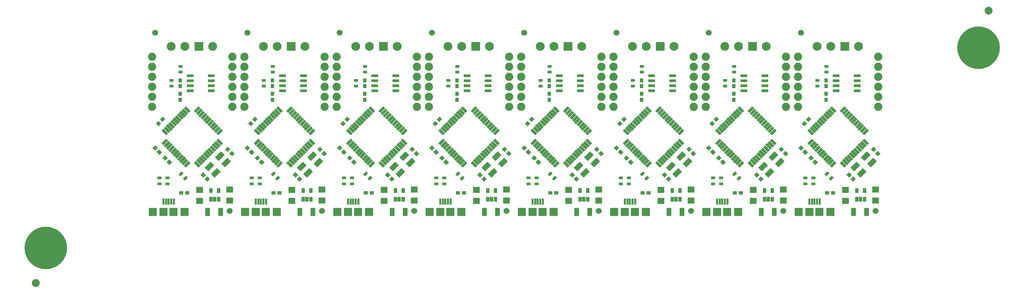
<source format=gts>
G04 #@! TF.FileFunction,Soldermask,Top*
%FSLAX46Y46*%
G04 Gerber Fmt 4.6, Leading zero omitted, Abs format (unit mm)*
G04 Created by KiCad (PCBNEW 4.0.6) date 11/21/17 13:37:13*
%MOMM*%
%LPD*%
G01*
G04 APERTURE LIST*
%ADD10C,0.100000*%
%ADD11R,1.103200X0.703200*%
%ADD12C,1.500000*%
%ADD13C,2.235200*%
%ADD14R,2.235200X2.235200*%
%ADD15C,2.082800*%
%ADD16R,1.753200X0.803200*%
%ADD17R,0.953200X1.003200*%
%ADD18R,0.853200X1.263200*%
%ADD19R,1.800860X1.602740*%
%ADD20R,1.201420X2.001520*%
%ADD21R,0.551180X1.602740*%
%ADD22R,2.001520X2.103120*%
%ADD23R,2.103120X2.103120*%
%ADD24R,1.003200X0.953200*%
%ADD25C,10.800080*%
%ADD26C,2.000000*%
G04 APERTURE END LIST*
D10*
D11*
X231030551Y-80875689D03*
X231030551Y-79375689D03*
X207662551Y-80875689D03*
X207662551Y-79375689D03*
X184294551Y-80875689D03*
X184294551Y-79375689D03*
X160926551Y-80875689D03*
X160926551Y-79375689D03*
X137558551Y-80875689D03*
X137558551Y-79375689D03*
X114190551Y-80875689D03*
X114190551Y-79375689D03*
X90822551Y-80875689D03*
X90822551Y-79375689D03*
X67454551Y-80875689D03*
X67454551Y-79375689D03*
D12*
X226839551Y-67298689D03*
X203471551Y-67298689D03*
X180103551Y-67298689D03*
X156735551Y-67298689D03*
X133367551Y-67298689D03*
X109999551Y-67298689D03*
X86631551Y-67298689D03*
X63263551Y-67298689D03*
D13*
X230903551Y-70727689D03*
X234401131Y-70727689D03*
D14*
X237901251Y-70727689D03*
D13*
X241401371Y-70727689D03*
X207535551Y-70727689D03*
X211033131Y-70727689D03*
D14*
X214533251Y-70727689D03*
D13*
X218033371Y-70727689D03*
X184167551Y-70727689D03*
X187665131Y-70727689D03*
D14*
X191165251Y-70727689D03*
D13*
X194665371Y-70727689D03*
X160799551Y-70727689D03*
X164297131Y-70727689D03*
D14*
X167797251Y-70727689D03*
D13*
X171297371Y-70727689D03*
X137431551Y-70727689D03*
X140929131Y-70727689D03*
D14*
X144429251Y-70727689D03*
D13*
X147929371Y-70727689D03*
X114063551Y-70727689D03*
X117561131Y-70727689D03*
D14*
X121061251Y-70727689D03*
D13*
X124561371Y-70727689D03*
X90695551Y-70727689D03*
X94193131Y-70727689D03*
D14*
X97693251Y-70727689D03*
D13*
X101193371Y-70727689D03*
X67327551Y-70727689D03*
X70825131Y-70727689D03*
D14*
X74325251Y-70727689D03*
D13*
X77825371Y-70727689D03*
D15*
X226077551Y-86094689D03*
X226077551Y-83554689D03*
X226077551Y-81014689D03*
X226077551Y-78474689D03*
X226077551Y-75934689D03*
X226077551Y-73394689D03*
X202709551Y-86094689D03*
X202709551Y-83554689D03*
X202709551Y-81014689D03*
X202709551Y-78474689D03*
X202709551Y-75934689D03*
X202709551Y-73394689D03*
X179341551Y-86094689D03*
X179341551Y-83554689D03*
X179341551Y-81014689D03*
X179341551Y-78474689D03*
X179341551Y-75934689D03*
X179341551Y-73394689D03*
X155973551Y-86094689D03*
X155973551Y-83554689D03*
X155973551Y-81014689D03*
X155973551Y-78474689D03*
X155973551Y-75934689D03*
X155973551Y-73394689D03*
X132605551Y-86094689D03*
X132605551Y-83554689D03*
X132605551Y-81014689D03*
X132605551Y-78474689D03*
X132605551Y-75934689D03*
X132605551Y-73394689D03*
X109237551Y-86094689D03*
X109237551Y-83554689D03*
X109237551Y-81014689D03*
X109237551Y-78474689D03*
X109237551Y-75934689D03*
X109237551Y-73394689D03*
X85869551Y-86094689D03*
X85869551Y-83554689D03*
X85869551Y-81014689D03*
X85869551Y-78474689D03*
X85869551Y-75934689D03*
X85869551Y-73394689D03*
X62501551Y-86094689D03*
X62501551Y-83554689D03*
X62501551Y-81014689D03*
X62501551Y-78474689D03*
X62501551Y-75934689D03*
X62501551Y-73394689D03*
D11*
X233316551Y-77319689D03*
X233316551Y-75819689D03*
X209948551Y-77319689D03*
X209948551Y-75819689D03*
X186580551Y-77319689D03*
X186580551Y-75819689D03*
X163212551Y-77319689D03*
X163212551Y-75819689D03*
X139844551Y-77319689D03*
X139844551Y-75819689D03*
X116476551Y-77319689D03*
X116476551Y-75819689D03*
X93108551Y-77319689D03*
X93108551Y-75819689D03*
X69740551Y-77319689D03*
X69740551Y-75819689D03*
D15*
X246397551Y-73394689D03*
X246397551Y-75934689D03*
X246397551Y-78474689D03*
X246397551Y-81014689D03*
X246397551Y-83554689D03*
X246397551Y-86094689D03*
X223029551Y-73394689D03*
X223029551Y-75934689D03*
X223029551Y-78474689D03*
X223029551Y-81014689D03*
X223029551Y-83554689D03*
X223029551Y-86094689D03*
X199661551Y-73394689D03*
X199661551Y-75934689D03*
X199661551Y-78474689D03*
X199661551Y-81014689D03*
X199661551Y-83554689D03*
X199661551Y-86094689D03*
X176293551Y-73394689D03*
X176293551Y-75934689D03*
X176293551Y-78474689D03*
X176293551Y-81014689D03*
X176293551Y-83554689D03*
X176293551Y-86094689D03*
X152925551Y-73394689D03*
X152925551Y-75934689D03*
X152925551Y-78474689D03*
X152925551Y-81014689D03*
X152925551Y-83554689D03*
X152925551Y-86094689D03*
X129557551Y-73394689D03*
X129557551Y-75934689D03*
X129557551Y-78474689D03*
X129557551Y-81014689D03*
X129557551Y-83554689D03*
X129557551Y-86094689D03*
X106189551Y-73394689D03*
X106189551Y-75934689D03*
X106189551Y-78474689D03*
X106189551Y-81014689D03*
X106189551Y-83554689D03*
X106189551Y-86094689D03*
X82821551Y-73394689D03*
X82821551Y-75934689D03*
X82821551Y-78474689D03*
X82821551Y-81014689D03*
X82821551Y-83554689D03*
X82821551Y-86094689D03*
D16*
X235696551Y-78220689D03*
X235696551Y-79490689D03*
X235696551Y-80760689D03*
X235696551Y-82030689D03*
X241096551Y-82030689D03*
X241096551Y-80760689D03*
X241096551Y-79490689D03*
X241096551Y-78220689D03*
X212328551Y-78220689D03*
X212328551Y-79490689D03*
X212328551Y-80760689D03*
X212328551Y-82030689D03*
X217728551Y-82030689D03*
X217728551Y-80760689D03*
X217728551Y-79490689D03*
X217728551Y-78220689D03*
X188960551Y-78220689D03*
X188960551Y-79490689D03*
X188960551Y-80760689D03*
X188960551Y-82030689D03*
X194360551Y-82030689D03*
X194360551Y-80760689D03*
X194360551Y-79490689D03*
X194360551Y-78220689D03*
X165592551Y-78220689D03*
X165592551Y-79490689D03*
X165592551Y-80760689D03*
X165592551Y-82030689D03*
X170992551Y-82030689D03*
X170992551Y-80760689D03*
X170992551Y-79490689D03*
X170992551Y-78220689D03*
X142224551Y-78220689D03*
X142224551Y-79490689D03*
X142224551Y-80760689D03*
X142224551Y-82030689D03*
X147624551Y-82030689D03*
X147624551Y-80760689D03*
X147624551Y-79490689D03*
X147624551Y-78220689D03*
X118856551Y-78220689D03*
X118856551Y-79490689D03*
X118856551Y-80760689D03*
X118856551Y-82030689D03*
X124256551Y-82030689D03*
X124256551Y-80760689D03*
X124256551Y-79490689D03*
X124256551Y-78220689D03*
X95488551Y-78220689D03*
X95488551Y-79490689D03*
X95488551Y-80760689D03*
X95488551Y-82030689D03*
X100888551Y-82030689D03*
X100888551Y-80760689D03*
X100888551Y-79490689D03*
X100888551Y-78220689D03*
X72120551Y-78220689D03*
X72120551Y-79490689D03*
X72120551Y-80760689D03*
X72120551Y-82030689D03*
X77520551Y-82030689D03*
X77520551Y-80760689D03*
X77520551Y-79490689D03*
X77520551Y-78220689D03*
D17*
X233189551Y-84292689D03*
X233189551Y-82792689D03*
X209821551Y-84292689D03*
X209821551Y-82792689D03*
X186453551Y-84292689D03*
X186453551Y-82792689D03*
X163085551Y-84292689D03*
X163085551Y-82792689D03*
X139717551Y-84292689D03*
X139717551Y-82792689D03*
X116349551Y-84292689D03*
X116349551Y-82792689D03*
X92981551Y-84292689D03*
X92981551Y-82792689D03*
X69613551Y-84292689D03*
X69613551Y-82792689D03*
X233189551Y-80875689D03*
X233189551Y-79375689D03*
X209821551Y-80875689D03*
X209821551Y-79375689D03*
X186453551Y-80875689D03*
X186453551Y-79375689D03*
X163085551Y-80875689D03*
X163085551Y-79375689D03*
X139717551Y-80875689D03*
X139717551Y-79375689D03*
X116349551Y-80875689D03*
X116349551Y-79375689D03*
X92981551Y-80875689D03*
X92981551Y-79375689D03*
X69613551Y-80875689D03*
X69613551Y-79375689D03*
D10*
G36*
X243493139Y-97376097D02*
X244414513Y-98297471D01*
X242927383Y-99784601D01*
X242006009Y-98863227D01*
X243493139Y-97376097D01*
X243493139Y-97376097D01*
G37*
G36*
X240878089Y-99991147D02*
X241799463Y-100912521D01*
X240312333Y-102399651D01*
X239390959Y-101478277D01*
X240878089Y-99991147D01*
X240878089Y-99991147D01*
G37*
G36*
X242501719Y-101614777D02*
X243423093Y-102536151D01*
X241935963Y-104023281D01*
X241014589Y-103101907D01*
X242501719Y-101614777D01*
X242501719Y-101614777D01*
G37*
G36*
X245116769Y-98999727D02*
X246038143Y-99921101D01*
X244551013Y-101408231D01*
X243629639Y-100486857D01*
X245116769Y-98999727D01*
X245116769Y-98999727D01*
G37*
G36*
X220125139Y-97376097D02*
X221046513Y-98297471D01*
X219559383Y-99784601D01*
X218638009Y-98863227D01*
X220125139Y-97376097D01*
X220125139Y-97376097D01*
G37*
G36*
X217510089Y-99991147D02*
X218431463Y-100912521D01*
X216944333Y-102399651D01*
X216022959Y-101478277D01*
X217510089Y-99991147D01*
X217510089Y-99991147D01*
G37*
G36*
X219133719Y-101614777D02*
X220055093Y-102536151D01*
X218567963Y-104023281D01*
X217646589Y-103101907D01*
X219133719Y-101614777D01*
X219133719Y-101614777D01*
G37*
G36*
X221748769Y-98999727D02*
X222670143Y-99921101D01*
X221183013Y-101408231D01*
X220261639Y-100486857D01*
X221748769Y-98999727D01*
X221748769Y-98999727D01*
G37*
G36*
X196757139Y-97376097D02*
X197678513Y-98297471D01*
X196191383Y-99784601D01*
X195270009Y-98863227D01*
X196757139Y-97376097D01*
X196757139Y-97376097D01*
G37*
G36*
X194142089Y-99991147D02*
X195063463Y-100912521D01*
X193576333Y-102399651D01*
X192654959Y-101478277D01*
X194142089Y-99991147D01*
X194142089Y-99991147D01*
G37*
G36*
X195765719Y-101614777D02*
X196687093Y-102536151D01*
X195199963Y-104023281D01*
X194278589Y-103101907D01*
X195765719Y-101614777D01*
X195765719Y-101614777D01*
G37*
G36*
X198380769Y-98999727D02*
X199302143Y-99921101D01*
X197815013Y-101408231D01*
X196893639Y-100486857D01*
X198380769Y-98999727D01*
X198380769Y-98999727D01*
G37*
G36*
X173389139Y-97376097D02*
X174310513Y-98297471D01*
X172823383Y-99784601D01*
X171902009Y-98863227D01*
X173389139Y-97376097D01*
X173389139Y-97376097D01*
G37*
G36*
X170774089Y-99991147D02*
X171695463Y-100912521D01*
X170208333Y-102399651D01*
X169286959Y-101478277D01*
X170774089Y-99991147D01*
X170774089Y-99991147D01*
G37*
G36*
X172397719Y-101614777D02*
X173319093Y-102536151D01*
X171831963Y-104023281D01*
X170910589Y-103101907D01*
X172397719Y-101614777D01*
X172397719Y-101614777D01*
G37*
G36*
X175012769Y-98999727D02*
X175934143Y-99921101D01*
X174447013Y-101408231D01*
X173525639Y-100486857D01*
X175012769Y-98999727D01*
X175012769Y-98999727D01*
G37*
G36*
X150021139Y-97376097D02*
X150942513Y-98297471D01*
X149455383Y-99784601D01*
X148534009Y-98863227D01*
X150021139Y-97376097D01*
X150021139Y-97376097D01*
G37*
G36*
X147406089Y-99991147D02*
X148327463Y-100912521D01*
X146840333Y-102399651D01*
X145918959Y-101478277D01*
X147406089Y-99991147D01*
X147406089Y-99991147D01*
G37*
G36*
X149029719Y-101614777D02*
X149951093Y-102536151D01*
X148463963Y-104023281D01*
X147542589Y-103101907D01*
X149029719Y-101614777D01*
X149029719Y-101614777D01*
G37*
G36*
X151644769Y-98999727D02*
X152566143Y-99921101D01*
X151079013Y-101408231D01*
X150157639Y-100486857D01*
X151644769Y-98999727D01*
X151644769Y-98999727D01*
G37*
G36*
X126653139Y-97376097D02*
X127574513Y-98297471D01*
X126087383Y-99784601D01*
X125166009Y-98863227D01*
X126653139Y-97376097D01*
X126653139Y-97376097D01*
G37*
G36*
X124038089Y-99991147D02*
X124959463Y-100912521D01*
X123472333Y-102399651D01*
X122550959Y-101478277D01*
X124038089Y-99991147D01*
X124038089Y-99991147D01*
G37*
G36*
X125661719Y-101614777D02*
X126583093Y-102536151D01*
X125095963Y-104023281D01*
X124174589Y-103101907D01*
X125661719Y-101614777D01*
X125661719Y-101614777D01*
G37*
G36*
X128276769Y-98999727D02*
X129198143Y-99921101D01*
X127711013Y-101408231D01*
X126789639Y-100486857D01*
X128276769Y-98999727D01*
X128276769Y-98999727D01*
G37*
G36*
X103285139Y-97376097D02*
X104206513Y-98297471D01*
X102719383Y-99784601D01*
X101798009Y-98863227D01*
X103285139Y-97376097D01*
X103285139Y-97376097D01*
G37*
G36*
X100670089Y-99991147D02*
X101591463Y-100912521D01*
X100104333Y-102399651D01*
X99182959Y-101478277D01*
X100670089Y-99991147D01*
X100670089Y-99991147D01*
G37*
G36*
X102293719Y-101614777D02*
X103215093Y-102536151D01*
X101727963Y-104023281D01*
X100806589Y-103101907D01*
X102293719Y-101614777D01*
X102293719Y-101614777D01*
G37*
G36*
X104908769Y-98999727D02*
X105830143Y-99921101D01*
X104343013Y-101408231D01*
X103421639Y-100486857D01*
X104908769Y-98999727D01*
X104908769Y-98999727D01*
G37*
G36*
X79917139Y-97376097D02*
X80838513Y-98297471D01*
X79351383Y-99784601D01*
X78430009Y-98863227D01*
X79917139Y-97376097D01*
X79917139Y-97376097D01*
G37*
G36*
X77302089Y-99991147D02*
X78223463Y-100912521D01*
X76736333Y-102399651D01*
X75814959Y-101478277D01*
X77302089Y-99991147D01*
X77302089Y-99991147D01*
G37*
G36*
X78925719Y-101614777D02*
X79847093Y-102536151D01*
X78359963Y-104023281D01*
X77438589Y-103101907D01*
X78925719Y-101614777D01*
X78925719Y-101614777D01*
G37*
G36*
X81540769Y-98999727D02*
X82462143Y-99921101D01*
X80975013Y-101408231D01*
X80053639Y-100486857D01*
X81540769Y-98999727D01*
X81540769Y-98999727D01*
G37*
G36*
X232782562Y-103231780D02*
X233562642Y-102451700D01*
X234059880Y-102948938D01*
X233279800Y-103729018D01*
X232782562Y-103231780D01*
X232782562Y-103231780D01*
G37*
G36*
X233843222Y-104292440D02*
X234623302Y-103512360D01*
X235120540Y-104009598D01*
X234340460Y-104789678D01*
X233843222Y-104292440D01*
X233843222Y-104292440D01*
G37*
G36*
X209414562Y-103231780D02*
X210194642Y-102451700D01*
X210691880Y-102948938D01*
X209911800Y-103729018D01*
X209414562Y-103231780D01*
X209414562Y-103231780D01*
G37*
G36*
X210475222Y-104292440D02*
X211255302Y-103512360D01*
X211752540Y-104009598D01*
X210972460Y-104789678D01*
X210475222Y-104292440D01*
X210475222Y-104292440D01*
G37*
G36*
X186046562Y-103231780D02*
X186826642Y-102451700D01*
X187323880Y-102948938D01*
X186543800Y-103729018D01*
X186046562Y-103231780D01*
X186046562Y-103231780D01*
G37*
G36*
X187107222Y-104292440D02*
X187887302Y-103512360D01*
X188384540Y-104009598D01*
X187604460Y-104789678D01*
X187107222Y-104292440D01*
X187107222Y-104292440D01*
G37*
G36*
X162678562Y-103231780D02*
X163458642Y-102451700D01*
X163955880Y-102948938D01*
X163175800Y-103729018D01*
X162678562Y-103231780D01*
X162678562Y-103231780D01*
G37*
G36*
X163739222Y-104292440D02*
X164519302Y-103512360D01*
X165016540Y-104009598D01*
X164236460Y-104789678D01*
X163739222Y-104292440D01*
X163739222Y-104292440D01*
G37*
G36*
X139310562Y-103231780D02*
X140090642Y-102451700D01*
X140587880Y-102948938D01*
X139807800Y-103729018D01*
X139310562Y-103231780D01*
X139310562Y-103231780D01*
G37*
G36*
X140371222Y-104292440D02*
X141151302Y-103512360D01*
X141648540Y-104009598D01*
X140868460Y-104789678D01*
X140371222Y-104292440D01*
X140371222Y-104292440D01*
G37*
G36*
X115942562Y-103231780D02*
X116722642Y-102451700D01*
X117219880Y-102948938D01*
X116439800Y-103729018D01*
X115942562Y-103231780D01*
X115942562Y-103231780D01*
G37*
G36*
X117003222Y-104292440D02*
X117783302Y-103512360D01*
X118280540Y-104009598D01*
X117500460Y-104789678D01*
X117003222Y-104292440D01*
X117003222Y-104292440D01*
G37*
G36*
X92574562Y-103231780D02*
X93354642Y-102451700D01*
X93851880Y-102948938D01*
X93071800Y-103729018D01*
X92574562Y-103231780D01*
X92574562Y-103231780D01*
G37*
G36*
X93635222Y-104292440D02*
X94415302Y-103512360D01*
X94912540Y-104009598D01*
X94132460Y-104789678D01*
X93635222Y-104292440D01*
X93635222Y-104292440D01*
G37*
G36*
X69206562Y-103231780D02*
X69986642Y-102451700D01*
X70483880Y-102948938D01*
X69703800Y-103729018D01*
X69206562Y-103231780D01*
X69206562Y-103231780D01*
G37*
G36*
X70267222Y-104292440D02*
X71047302Y-103512360D01*
X71544540Y-104009598D01*
X70764460Y-104789678D01*
X70267222Y-104292440D01*
X70267222Y-104292440D01*
G37*
G36*
X239700913Y-103362037D02*
X239026899Y-104036051D01*
X238317529Y-103326681D01*
X238991543Y-102652667D01*
X239700913Y-103362037D01*
X239700913Y-103362037D01*
G37*
G36*
X240761573Y-104422697D02*
X240087559Y-105096711D01*
X239378189Y-104387341D01*
X240052203Y-103713327D01*
X240761573Y-104422697D01*
X240761573Y-104422697D01*
G37*
G36*
X216332913Y-103362037D02*
X215658899Y-104036051D01*
X214949529Y-103326681D01*
X215623543Y-102652667D01*
X216332913Y-103362037D01*
X216332913Y-103362037D01*
G37*
G36*
X217393573Y-104422697D02*
X216719559Y-105096711D01*
X216010189Y-104387341D01*
X216684203Y-103713327D01*
X217393573Y-104422697D01*
X217393573Y-104422697D01*
G37*
G36*
X192964913Y-103362037D02*
X192290899Y-104036051D01*
X191581529Y-103326681D01*
X192255543Y-102652667D01*
X192964913Y-103362037D01*
X192964913Y-103362037D01*
G37*
G36*
X194025573Y-104422697D02*
X193351559Y-105096711D01*
X192642189Y-104387341D01*
X193316203Y-103713327D01*
X194025573Y-104422697D01*
X194025573Y-104422697D01*
G37*
G36*
X169596913Y-103362037D02*
X168922899Y-104036051D01*
X168213529Y-103326681D01*
X168887543Y-102652667D01*
X169596913Y-103362037D01*
X169596913Y-103362037D01*
G37*
G36*
X170657573Y-104422697D02*
X169983559Y-105096711D01*
X169274189Y-104387341D01*
X169948203Y-103713327D01*
X170657573Y-104422697D01*
X170657573Y-104422697D01*
G37*
G36*
X146228913Y-103362037D02*
X145554899Y-104036051D01*
X144845529Y-103326681D01*
X145519543Y-102652667D01*
X146228913Y-103362037D01*
X146228913Y-103362037D01*
G37*
G36*
X147289573Y-104422697D02*
X146615559Y-105096711D01*
X145906189Y-104387341D01*
X146580203Y-103713327D01*
X147289573Y-104422697D01*
X147289573Y-104422697D01*
G37*
G36*
X122860913Y-103362037D02*
X122186899Y-104036051D01*
X121477529Y-103326681D01*
X122151543Y-102652667D01*
X122860913Y-103362037D01*
X122860913Y-103362037D01*
G37*
G36*
X123921573Y-104422697D02*
X123247559Y-105096711D01*
X122538189Y-104387341D01*
X123212203Y-103713327D01*
X123921573Y-104422697D01*
X123921573Y-104422697D01*
G37*
G36*
X99492913Y-103362037D02*
X98818899Y-104036051D01*
X98109529Y-103326681D01*
X98783543Y-102652667D01*
X99492913Y-103362037D01*
X99492913Y-103362037D01*
G37*
G36*
X100553573Y-104422697D02*
X99879559Y-105096711D01*
X99170189Y-104387341D01*
X99844203Y-103713327D01*
X100553573Y-104422697D01*
X100553573Y-104422697D01*
G37*
G36*
X76124913Y-103362037D02*
X75450899Y-104036051D01*
X74741529Y-103326681D01*
X75415543Y-102652667D01*
X76124913Y-103362037D01*
X76124913Y-103362037D01*
G37*
G36*
X77185573Y-104422697D02*
X76511559Y-105096711D01*
X75802189Y-104387341D01*
X76476203Y-103713327D01*
X77185573Y-104422697D01*
X77185573Y-104422697D01*
G37*
G36*
X245601189Y-97910341D02*
X246275203Y-97236327D01*
X246984573Y-97945697D01*
X246310559Y-98619711D01*
X245601189Y-97910341D01*
X245601189Y-97910341D01*
G37*
G36*
X244540529Y-96849681D02*
X245214543Y-96175667D01*
X245923913Y-96885037D01*
X245249899Y-97559051D01*
X244540529Y-96849681D01*
X244540529Y-96849681D01*
G37*
G36*
X222233189Y-97910341D02*
X222907203Y-97236327D01*
X223616573Y-97945697D01*
X222942559Y-98619711D01*
X222233189Y-97910341D01*
X222233189Y-97910341D01*
G37*
G36*
X221172529Y-96849681D02*
X221846543Y-96175667D01*
X222555913Y-96885037D01*
X221881899Y-97559051D01*
X221172529Y-96849681D01*
X221172529Y-96849681D01*
G37*
G36*
X198865189Y-97910341D02*
X199539203Y-97236327D01*
X200248573Y-97945697D01*
X199574559Y-98619711D01*
X198865189Y-97910341D01*
X198865189Y-97910341D01*
G37*
G36*
X197804529Y-96849681D02*
X198478543Y-96175667D01*
X199187913Y-96885037D01*
X198513899Y-97559051D01*
X197804529Y-96849681D01*
X197804529Y-96849681D01*
G37*
G36*
X175497189Y-97910341D02*
X176171203Y-97236327D01*
X176880573Y-97945697D01*
X176206559Y-98619711D01*
X175497189Y-97910341D01*
X175497189Y-97910341D01*
G37*
G36*
X174436529Y-96849681D02*
X175110543Y-96175667D01*
X175819913Y-96885037D01*
X175145899Y-97559051D01*
X174436529Y-96849681D01*
X174436529Y-96849681D01*
G37*
G36*
X152129189Y-97910341D02*
X152803203Y-97236327D01*
X153512573Y-97945697D01*
X152838559Y-98619711D01*
X152129189Y-97910341D01*
X152129189Y-97910341D01*
G37*
G36*
X151068529Y-96849681D02*
X151742543Y-96175667D01*
X152451913Y-96885037D01*
X151777899Y-97559051D01*
X151068529Y-96849681D01*
X151068529Y-96849681D01*
G37*
G36*
X128761189Y-97910341D02*
X129435203Y-97236327D01*
X130144573Y-97945697D01*
X129470559Y-98619711D01*
X128761189Y-97910341D01*
X128761189Y-97910341D01*
G37*
G36*
X127700529Y-96849681D02*
X128374543Y-96175667D01*
X129083913Y-96885037D01*
X128409899Y-97559051D01*
X127700529Y-96849681D01*
X127700529Y-96849681D01*
G37*
G36*
X105393189Y-97910341D02*
X106067203Y-97236327D01*
X106776573Y-97945697D01*
X106102559Y-98619711D01*
X105393189Y-97910341D01*
X105393189Y-97910341D01*
G37*
G36*
X104332529Y-96849681D02*
X105006543Y-96175667D01*
X105715913Y-96885037D01*
X105041899Y-97559051D01*
X104332529Y-96849681D01*
X104332529Y-96849681D01*
G37*
G36*
X82025189Y-97910341D02*
X82699203Y-97236327D01*
X83408573Y-97945697D01*
X82734559Y-98619711D01*
X82025189Y-97910341D01*
X82025189Y-97910341D01*
G37*
G36*
X80964529Y-96849681D02*
X81638543Y-96175667D01*
X82347913Y-96885037D01*
X81673899Y-97559051D01*
X80964529Y-96849681D01*
X80964529Y-96849681D01*
G37*
G36*
X227723899Y-89616327D02*
X228397913Y-90290341D01*
X227688543Y-90999711D01*
X227014529Y-90325697D01*
X227723899Y-89616327D01*
X227723899Y-89616327D01*
G37*
G36*
X228784559Y-88555667D02*
X229458573Y-89229681D01*
X228749203Y-89939051D01*
X228075189Y-89265037D01*
X228784559Y-88555667D01*
X228784559Y-88555667D01*
G37*
G36*
X204355899Y-89616327D02*
X205029913Y-90290341D01*
X204320543Y-90999711D01*
X203646529Y-90325697D01*
X204355899Y-89616327D01*
X204355899Y-89616327D01*
G37*
G36*
X205416559Y-88555667D02*
X206090573Y-89229681D01*
X205381203Y-89939051D01*
X204707189Y-89265037D01*
X205416559Y-88555667D01*
X205416559Y-88555667D01*
G37*
G36*
X180987899Y-89616327D02*
X181661913Y-90290341D01*
X180952543Y-90999711D01*
X180278529Y-90325697D01*
X180987899Y-89616327D01*
X180987899Y-89616327D01*
G37*
G36*
X182048559Y-88555667D02*
X182722573Y-89229681D01*
X182013203Y-89939051D01*
X181339189Y-89265037D01*
X182048559Y-88555667D01*
X182048559Y-88555667D01*
G37*
G36*
X157619899Y-89616327D02*
X158293913Y-90290341D01*
X157584543Y-90999711D01*
X156910529Y-90325697D01*
X157619899Y-89616327D01*
X157619899Y-89616327D01*
G37*
G36*
X158680559Y-88555667D02*
X159354573Y-89229681D01*
X158645203Y-89939051D01*
X157971189Y-89265037D01*
X158680559Y-88555667D01*
X158680559Y-88555667D01*
G37*
G36*
X134251899Y-89616327D02*
X134925913Y-90290341D01*
X134216543Y-90999711D01*
X133542529Y-90325697D01*
X134251899Y-89616327D01*
X134251899Y-89616327D01*
G37*
G36*
X135312559Y-88555667D02*
X135986573Y-89229681D01*
X135277203Y-89939051D01*
X134603189Y-89265037D01*
X135312559Y-88555667D01*
X135312559Y-88555667D01*
G37*
G36*
X110883899Y-89616327D02*
X111557913Y-90290341D01*
X110848543Y-90999711D01*
X110174529Y-90325697D01*
X110883899Y-89616327D01*
X110883899Y-89616327D01*
G37*
G36*
X111944559Y-88555667D02*
X112618573Y-89229681D01*
X111909203Y-89939051D01*
X111235189Y-89265037D01*
X111944559Y-88555667D01*
X111944559Y-88555667D01*
G37*
G36*
X87515899Y-89616327D02*
X88189913Y-90290341D01*
X87480543Y-90999711D01*
X86806529Y-90325697D01*
X87515899Y-89616327D01*
X87515899Y-89616327D01*
G37*
G36*
X88576559Y-88555667D02*
X89250573Y-89229681D01*
X88541203Y-89939051D01*
X87867189Y-89265037D01*
X88576559Y-88555667D01*
X88576559Y-88555667D01*
G37*
G36*
X64147899Y-89616327D02*
X64821913Y-90290341D01*
X64112543Y-90999711D01*
X63438529Y-90325697D01*
X64147899Y-89616327D01*
X64147899Y-89616327D01*
G37*
G36*
X65208559Y-88555667D02*
X65882573Y-89229681D01*
X65173203Y-89939051D01*
X64499189Y-89265037D01*
X65208559Y-88555667D01*
X65208559Y-88555667D01*
G37*
G36*
X227208519Y-97551671D02*
X227882533Y-96877657D01*
X228591903Y-97587027D01*
X227917889Y-98261041D01*
X227208519Y-97551671D01*
X227208519Y-97551671D01*
G37*
G36*
X226147859Y-96491011D02*
X226821873Y-95816997D01*
X227531243Y-96526367D01*
X226857229Y-97200381D01*
X226147859Y-96491011D01*
X226147859Y-96491011D01*
G37*
G36*
X203840519Y-97551671D02*
X204514533Y-96877657D01*
X205223903Y-97587027D01*
X204549889Y-98261041D01*
X203840519Y-97551671D01*
X203840519Y-97551671D01*
G37*
G36*
X202779859Y-96491011D02*
X203453873Y-95816997D01*
X204163243Y-96526367D01*
X203489229Y-97200381D01*
X202779859Y-96491011D01*
X202779859Y-96491011D01*
G37*
G36*
X180472519Y-97551671D02*
X181146533Y-96877657D01*
X181855903Y-97587027D01*
X181181889Y-98261041D01*
X180472519Y-97551671D01*
X180472519Y-97551671D01*
G37*
G36*
X179411859Y-96491011D02*
X180085873Y-95816997D01*
X180795243Y-96526367D01*
X180121229Y-97200381D01*
X179411859Y-96491011D01*
X179411859Y-96491011D01*
G37*
G36*
X157104519Y-97551671D02*
X157778533Y-96877657D01*
X158487903Y-97587027D01*
X157813889Y-98261041D01*
X157104519Y-97551671D01*
X157104519Y-97551671D01*
G37*
G36*
X156043859Y-96491011D02*
X156717873Y-95816997D01*
X157427243Y-96526367D01*
X156753229Y-97200381D01*
X156043859Y-96491011D01*
X156043859Y-96491011D01*
G37*
G36*
X133736519Y-97551671D02*
X134410533Y-96877657D01*
X135119903Y-97587027D01*
X134445889Y-98261041D01*
X133736519Y-97551671D01*
X133736519Y-97551671D01*
G37*
G36*
X132675859Y-96491011D02*
X133349873Y-95816997D01*
X134059243Y-96526367D01*
X133385229Y-97200381D01*
X132675859Y-96491011D01*
X132675859Y-96491011D01*
G37*
G36*
X110368519Y-97551671D02*
X111042533Y-96877657D01*
X111751903Y-97587027D01*
X111077889Y-98261041D01*
X110368519Y-97551671D01*
X110368519Y-97551671D01*
G37*
G36*
X109307859Y-96491011D02*
X109981873Y-95816997D01*
X110691243Y-96526367D01*
X110017229Y-97200381D01*
X109307859Y-96491011D01*
X109307859Y-96491011D01*
G37*
G36*
X87000519Y-97551671D02*
X87674533Y-96877657D01*
X88383903Y-97587027D01*
X87709889Y-98261041D01*
X87000519Y-97551671D01*
X87000519Y-97551671D01*
G37*
G36*
X85939859Y-96491011D02*
X86613873Y-95816997D01*
X87323243Y-96526367D01*
X86649229Y-97200381D01*
X85939859Y-96491011D01*
X85939859Y-96491011D01*
G37*
G36*
X63632519Y-97551671D02*
X64306533Y-96877657D01*
X65015903Y-97587027D01*
X64341889Y-98261041D01*
X63632519Y-97551671D01*
X63632519Y-97551671D01*
G37*
G36*
X62571859Y-96491011D02*
X63245873Y-95816997D01*
X63955243Y-96526367D01*
X63281229Y-97200381D01*
X62571859Y-96491011D01*
X62571859Y-96491011D01*
G37*
G36*
X228956359Y-95837621D02*
X228460649Y-95341911D01*
X229664003Y-94138557D01*
X230159713Y-94634267D01*
X228956359Y-95837621D01*
X228956359Y-95837621D01*
G37*
G36*
X229522116Y-96403377D02*
X229026406Y-95907667D01*
X230229760Y-94704313D01*
X230725470Y-95200023D01*
X229522116Y-96403377D01*
X229522116Y-96403377D01*
G37*
G36*
X230087872Y-96969134D02*
X229592162Y-96473424D01*
X230795516Y-95270070D01*
X231291226Y-95765780D01*
X230087872Y-96969134D01*
X230087872Y-96969134D01*
G37*
G36*
X230653628Y-97534890D02*
X230157918Y-97039180D01*
X231361272Y-95835826D01*
X231856982Y-96331536D01*
X230653628Y-97534890D01*
X230653628Y-97534890D01*
G37*
G36*
X231219384Y-98100646D02*
X230723674Y-97604936D01*
X231927028Y-96401582D01*
X232422738Y-96897292D01*
X231219384Y-98100646D01*
X231219384Y-98100646D01*
G37*
G36*
X231783344Y-98664606D02*
X231287634Y-98168896D01*
X232490988Y-96965542D01*
X232986698Y-97461252D01*
X231783344Y-98664606D01*
X231783344Y-98664606D01*
G37*
G36*
X232347304Y-99228566D02*
X231851594Y-98732856D01*
X233054948Y-97529502D01*
X233550658Y-98025212D01*
X232347304Y-99228566D01*
X232347304Y-99228566D01*
G37*
G36*
X232913060Y-99794322D02*
X232417350Y-99298612D01*
X233620704Y-98095258D01*
X234116414Y-98590968D01*
X232913060Y-99794322D01*
X232913060Y-99794322D01*
G37*
G36*
X233478816Y-100360078D02*
X232983106Y-99864368D01*
X234186460Y-98661014D01*
X234682170Y-99156724D01*
X233478816Y-100360078D01*
X233478816Y-100360078D01*
G37*
G36*
X234044573Y-100925834D02*
X233548863Y-100430124D01*
X234752217Y-99226770D01*
X235247927Y-99722480D01*
X234044573Y-100925834D01*
X234044573Y-100925834D01*
G37*
G36*
X234610329Y-101491591D02*
X234114619Y-100995881D01*
X235317973Y-99792527D01*
X235813683Y-100288237D01*
X234610329Y-101491591D01*
X234610329Y-101491591D01*
G37*
G36*
X237864773Y-101491591D02*
X236661419Y-100288237D01*
X237157129Y-99792527D01*
X238360483Y-100995881D01*
X237864773Y-101491591D01*
X237864773Y-101491591D01*
G37*
G36*
X238430529Y-100925834D02*
X237227175Y-99722480D01*
X237722885Y-99226770D01*
X238926239Y-100430124D01*
X238430529Y-100925834D01*
X238430529Y-100925834D01*
G37*
G36*
X238996286Y-100360078D02*
X237792932Y-99156724D01*
X238288642Y-98661014D01*
X239491996Y-99864368D01*
X238996286Y-100360078D01*
X238996286Y-100360078D01*
G37*
G36*
X239562042Y-99794322D02*
X238358688Y-98590968D01*
X238854398Y-98095258D01*
X240057752Y-99298612D01*
X239562042Y-99794322D01*
X239562042Y-99794322D01*
G37*
G36*
X240127798Y-99228566D02*
X238924444Y-98025212D01*
X239420154Y-97529502D01*
X240623508Y-98732856D01*
X240127798Y-99228566D01*
X240127798Y-99228566D01*
G37*
G36*
X240691758Y-98664606D02*
X239488404Y-97461252D01*
X239984114Y-96965542D01*
X241187468Y-98168896D01*
X240691758Y-98664606D01*
X240691758Y-98664606D01*
G37*
G36*
X241255718Y-98100646D02*
X240052364Y-96897292D01*
X240548074Y-96401582D01*
X241751428Y-97604936D01*
X241255718Y-98100646D01*
X241255718Y-98100646D01*
G37*
G36*
X241821474Y-97534890D02*
X240618120Y-96331536D01*
X241113830Y-95835826D01*
X242317184Y-97039180D01*
X241821474Y-97534890D01*
X241821474Y-97534890D01*
G37*
G36*
X242387230Y-96969134D02*
X241183876Y-95765780D01*
X241679586Y-95270070D01*
X242882940Y-96473424D01*
X242387230Y-96969134D01*
X242387230Y-96969134D01*
G37*
G36*
X242952986Y-96403377D02*
X241749632Y-95200023D01*
X242245342Y-94704313D01*
X243448696Y-95907667D01*
X242952986Y-96403377D01*
X242952986Y-96403377D01*
G37*
G36*
X243518743Y-95837621D02*
X242315389Y-94634267D01*
X242811099Y-94138557D01*
X244014453Y-95341911D01*
X243518743Y-95837621D01*
X243518743Y-95837621D01*
G37*
G36*
X242811099Y-93290821D02*
X242315389Y-92795111D01*
X243518743Y-91591757D01*
X244014453Y-92087467D01*
X242811099Y-93290821D01*
X242811099Y-93290821D01*
G37*
G36*
X242245342Y-92725065D02*
X241749632Y-92229355D01*
X242952986Y-91026001D01*
X243448696Y-91521711D01*
X242245342Y-92725065D01*
X242245342Y-92725065D01*
G37*
G36*
X241679586Y-92159308D02*
X241183876Y-91663598D01*
X242387230Y-90460244D01*
X242882940Y-90955954D01*
X241679586Y-92159308D01*
X241679586Y-92159308D01*
G37*
G36*
X241113830Y-91593552D02*
X240618120Y-91097842D01*
X241821474Y-89894488D01*
X242317184Y-90390198D01*
X241113830Y-91593552D01*
X241113830Y-91593552D01*
G37*
G36*
X240548074Y-91027796D02*
X240052364Y-90532086D01*
X241255718Y-89328732D01*
X241751428Y-89824442D01*
X240548074Y-91027796D01*
X240548074Y-91027796D01*
G37*
G36*
X239984114Y-90463836D02*
X239488404Y-89968126D01*
X240691758Y-88764772D01*
X241187468Y-89260482D01*
X239984114Y-90463836D01*
X239984114Y-90463836D01*
G37*
G36*
X239420154Y-89899876D02*
X238924444Y-89404166D01*
X240127798Y-88200812D01*
X240623508Y-88696522D01*
X239420154Y-89899876D01*
X239420154Y-89899876D01*
G37*
G36*
X238854398Y-89334120D02*
X238358688Y-88838410D01*
X239562042Y-87635056D01*
X240057752Y-88130766D01*
X238854398Y-89334120D01*
X238854398Y-89334120D01*
G37*
G36*
X238288642Y-88768364D02*
X237792932Y-88272654D01*
X238996286Y-87069300D01*
X239491996Y-87565010D01*
X238288642Y-88768364D01*
X238288642Y-88768364D01*
G37*
G36*
X237722885Y-88202608D02*
X237227175Y-87706898D01*
X238430529Y-86503544D01*
X238926239Y-86999254D01*
X237722885Y-88202608D01*
X237722885Y-88202608D01*
G37*
G36*
X237157129Y-87636851D02*
X236661419Y-87141141D01*
X237864773Y-85937787D01*
X238360483Y-86433497D01*
X237157129Y-87636851D01*
X237157129Y-87636851D01*
G37*
G36*
X235317973Y-87636851D02*
X234114619Y-86433497D01*
X234610329Y-85937787D01*
X235813683Y-87141141D01*
X235317973Y-87636851D01*
X235317973Y-87636851D01*
G37*
G36*
X234752217Y-88202608D02*
X233548863Y-86999254D01*
X234044573Y-86503544D01*
X235247927Y-87706898D01*
X234752217Y-88202608D01*
X234752217Y-88202608D01*
G37*
G36*
X234186460Y-88768364D02*
X232983106Y-87565010D01*
X233478816Y-87069300D01*
X234682170Y-88272654D01*
X234186460Y-88768364D01*
X234186460Y-88768364D01*
G37*
G36*
X233620704Y-89334120D02*
X232417350Y-88130766D01*
X232913060Y-87635056D01*
X234116414Y-88838410D01*
X233620704Y-89334120D01*
X233620704Y-89334120D01*
G37*
G36*
X233054948Y-89899876D02*
X231851594Y-88696522D01*
X232347304Y-88200812D01*
X233550658Y-89404166D01*
X233054948Y-89899876D01*
X233054948Y-89899876D01*
G37*
G36*
X232490988Y-90463836D02*
X231287634Y-89260482D01*
X231783344Y-88764772D01*
X232986698Y-89968126D01*
X232490988Y-90463836D01*
X232490988Y-90463836D01*
G37*
G36*
X231927028Y-91027796D02*
X230723674Y-89824442D01*
X231219384Y-89328732D01*
X232422738Y-90532086D01*
X231927028Y-91027796D01*
X231927028Y-91027796D01*
G37*
G36*
X231361272Y-91593552D02*
X230157918Y-90390198D01*
X230653628Y-89894488D01*
X231856982Y-91097842D01*
X231361272Y-91593552D01*
X231361272Y-91593552D01*
G37*
G36*
X230795516Y-92159308D02*
X229592162Y-90955954D01*
X230087872Y-90460244D01*
X231291226Y-91663598D01*
X230795516Y-92159308D01*
X230795516Y-92159308D01*
G37*
G36*
X230229760Y-92725065D02*
X229026406Y-91521711D01*
X229522116Y-91026001D01*
X230725470Y-92229355D01*
X230229760Y-92725065D01*
X230229760Y-92725065D01*
G37*
G36*
X229664003Y-93290821D02*
X228460649Y-92087467D01*
X228956359Y-91591757D01*
X230159713Y-92795111D01*
X229664003Y-93290821D01*
X229664003Y-93290821D01*
G37*
G36*
X205588359Y-95837621D02*
X205092649Y-95341911D01*
X206296003Y-94138557D01*
X206791713Y-94634267D01*
X205588359Y-95837621D01*
X205588359Y-95837621D01*
G37*
G36*
X206154116Y-96403377D02*
X205658406Y-95907667D01*
X206861760Y-94704313D01*
X207357470Y-95200023D01*
X206154116Y-96403377D01*
X206154116Y-96403377D01*
G37*
G36*
X206719872Y-96969134D02*
X206224162Y-96473424D01*
X207427516Y-95270070D01*
X207923226Y-95765780D01*
X206719872Y-96969134D01*
X206719872Y-96969134D01*
G37*
G36*
X207285628Y-97534890D02*
X206789918Y-97039180D01*
X207993272Y-95835826D01*
X208488982Y-96331536D01*
X207285628Y-97534890D01*
X207285628Y-97534890D01*
G37*
G36*
X207851384Y-98100646D02*
X207355674Y-97604936D01*
X208559028Y-96401582D01*
X209054738Y-96897292D01*
X207851384Y-98100646D01*
X207851384Y-98100646D01*
G37*
G36*
X208415344Y-98664606D02*
X207919634Y-98168896D01*
X209122988Y-96965542D01*
X209618698Y-97461252D01*
X208415344Y-98664606D01*
X208415344Y-98664606D01*
G37*
G36*
X208979304Y-99228566D02*
X208483594Y-98732856D01*
X209686948Y-97529502D01*
X210182658Y-98025212D01*
X208979304Y-99228566D01*
X208979304Y-99228566D01*
G37*
G36*
X209545060Y-99794322D02*
X209049350Y-99298612D01*
X210252704Y-98095258D01*
X210748414Y-98590968D01*
X209545060Y-99794322D01*
X209545060Y-99794322D01*
G37*
G36*
X210110816Y-100360078D02*
X209615106Y-99864368D01*
X210818460Y-98661014D01*
X211314170Y-99156724D01*
X210110816Y-100360078D01*
X210110816Y-100360078D01*
G37*
G36*
X210676573Y-100925834D02*
X210180863Y-100430124D01*
X211384217Y-99226770D01*
X211879927Y-99722480D01*
X210676573Y-100925834D01*
X210676573Y-100925834D01*
G37*
G36*
X211242329Y-101491591D02*
X210746619Y-100995881D01*
X211949973Y-99792527D01*
X212445683Y-100288237D01*
X211242329Y-101491591D01*
X211242329Y-101491591D01*
G37*
G36*
X214496773Y-101491591D02*
X213293419Y-100288237D01*
X213789129Y-99792527D01*
X214992483Y-100995881D01*
X214496773Y-101491591D01*
X214496773Y-101491591D01*
G37*
G36*
X215062529Y-100925834D02*
X213859175Y-99722480D01*
X214354885Y-99226770D01*
X215558239Y-100430124D01*
X215062529Y-100925834D01*
X215062529Y-100925834D01*
G37*
G36*
X215628286Y-100360078D02*
X214424932Y-99156724D01*
X214920642Y-98661014D01*
X216123996Y-99864368D01*
X215628286Y-100360078D01*
X215628286Y-100360078D01*
G37*
G36*
X216194042Y-99794322D02*
X214990688Y-98590968D01*
X215486398Y-98095258D01*
X216689752Y-99298612D01*
X216194042Y-99794322D01*
X216194042Y-99794322D01*
G37*
G36*
X216759798Y-99228566D02*
X215556444Y-98025212D01*
X216052154Y-97529502D01*
X217255508Y-98732856D01*
X216759798Y-99228566D01*
X216759798Y-99228566D01*
G37*
G36*
X217323758Y-98664606D02*
X216120404Y-97461252D01*
X216616114Y-96965542D01*
X217819468Y-98168896D01*
X217323758Y-98664606D01*
X217323758Y-98664606D01*
G37*
G36*
X217887718Y-98100646D02*
X216684364Y-96897292D01*
X217180074Y-96401582D01*
X218383428Y-97604936D01*
X217887718Y-98100646D01*
X217887718Y-98100646D01*
G37*
G36*
X218453474Y-97534890D02*
X217250120Y-96331536D01*
X217745830Y-95835826D01*
X218949184Y-97039180D01*
X218453474Y-97534890D01*
X218453474Y-97534890D01*
G37*
G36*
X219019230Y-96969134D02*
X217815876Y-95765780D01*
X218311586Y-95270070D01*
X219514940Y-96473424D01*
X219019230Y-96969134D01*
X219019230Y-96969134D01*
G37*
G36*
X219584986Y-96403377D02*
X218381632Y-95200023D01*
X218877342Y-94704313D01*
X220080696Y-95907667D01*
X219584986Y-96403377D01*
X219584986Y-96403377D01*
G37*
G36*
X220150743Y-95837621D02*
X218947389Y-94634267D01*
X219443099Y-94138557D01*
X220646453Y-95341911D01*
X220150743Y-95837621D01*
X220150743Y-95837621D01*
G37*
G36*
X219443099Y-93290821D02*
X218947389Y-92795111D01*
X220150743Y-91591757D01*
X220646453Y-92087467D01*
X219443099Y-93290821D01*
X219443099Y-93290821D01*
G37*
G36*
X218877342Y-92725065D02*
X218381632Y-92229355D01*
X219584986Y-91026001D01*
X220080696Y-91521711D01*
X218877342Y-92725065D01*
X218877342Y-92725065D01*
G37*
G36*
X218311586Y-92159308D02*
X217815876Y-91663598D01*
X219019230Y-90460244D01*
X219514940Y-90955954D01*
X218311586Y-92159308D01*
X218311586Y-92159308D01*
G37*
G36*
X217745830Y-91593552D02*
X217250120Y-91097842D01*
X218453474Y-89894488D01*
X218949184Y-90390198D01*
X217745830Y-91593552D01*
X217745830Y-91593552D01*
G37*
G36*
X217180074Y-91027796D02*
X216684364Y-90532086D01*
X217887718Y-89328732D01*
X218383428Y-89824442D01*
X217180074Y-91027796D01*
X217180074Y-91027796D01*
G37*
G36*
X216616114Y-90463836D02*
X216120404Y-89968126D01*
X217323758Y-88764772D01*
X217819468Y-89260482D01*
X216616114Y-90463836D01*
X216616114Y-90463836D01*
G37*
G36*
X216052154Y-89899876D02*
X215556444Y-89404166D01*
X216759798Y-88200812D01*
X217255508Y-88696522D01*
X216052154Y-89899876D01*
X216052154Y-89899876D01*
G37*
G36*
X215486398Y-89334120D02*
X214990688Y-88838410D01*
X216194042Y-87635056D01*
X216689752Y-88130766D01*
X215486398Y-89334120D01*
X215486398Y-89334120D01*
G37*
G36*
X214920642Y-88768364D02*
X214424932Y-88272654D01*
X215628286Y-87069300D01*
X216123996Y-87565010D01*
X214920642Y-88768364D01*
X214920642Y-88768364D01*
G37*
G36*
X214354885Y-88202608D02*
X213859175Y-87706898D01*
X215062529Y-86503544D01*
X215558239Y-86999254D01*
X214354885Y-88202608D01*
X214354885Y-88202608D01*
G37*
G36*
X213789129Y-87636851D02*
X213293419Y-87141141D01*
X214496773Y-85937787D01*
X214992483Y-86433497D01*
X213789129Y-87636851D01*
X213789129Y-87636851D01*
G37*
G36*
X211949973Y-87636851D02*
X210746619Y-86433497D01*
X211242329Y-85937787D01*
X212445683Y-87141141D01*
X211949973Y-87636851D01*
X211949973Y-87636851D01*
G37*
G36*
X211384217Y-88202608D02*
X210180863Y-86999254D01*
X210676573Y-86503544D01*
X211879927Y-87706898D01*
X211384217Y-88202608D01*
X211384217Y-88202608D01*
G37*
G36*
X210818460Y-88768364D02*
X209615106Y-87565010D01*
X210110816Y-87069300D01*
X211314170Y-88272654D01*
X210818460Y-88768364D01*
X210818460Y-88768364D01*
G37*
G36*
X210252704Y-89334120D02*
X209049350Y-88130766D01*
X209545060Y-87635056D01*
X210748414Y-88838410D01*
X210252704Y-89334120D01*
X210252704Y-89334120D01*
G37*
G36*
X209686948Y-89899876D02*
X208483594Y-88696522D01*
X208979304Y-88200812D01*
X210182658Y-89404166D01*
X209686948Y-89899876D01*
X209686948Y-89899876D01*
G37*
G36*
X209122988Y-90463836D02*
X207919634Y-89260482D01*
X208415344Y-88764772D01*
X209618698Y-89968126D01*
X209122988Y-90463836D01*
X209122988Y-90463836D01*
G37*
G36*
X208559028Y-91027796D02*
X207355674Y-89824442D01*
X207851384Y-89328732D01*
X209054738Y-90532086D01*
X208559028Y-91027796D01*
X208559028Y-91027796D01*
G37*
G36*
X207993272Y-91593552D02*
X206789918Y-90390198D01*
X207285628Y-89894488D01*
X208488982Y-91097842D01*
X207993272Y-91593552D01*
X207993272Y-91593552D01*
G37*
G36*
X207427516Y-92159308D02*
X206224162Y-90955954D01*
X206719872Y-90460244D01*
X207923226Y-91663598D01*
X207427516Y-92159308D01*
X207427516Y-92159308D01*
G37*
G36*
X206861760Y-92725065D02*
X205658406Y-91521711D01*
X206154116Y-91026001D01*
X207357470Y-92229355D01*
X206861760Y-92725065D01*
X206861760Y-92725065D01*
G37*
G36*
X206296003Y-93290821D02*
X205092649Y-92087467D01*
X205588359Y-91591757D01*
X206791713Y-92795111D01*
X206296003Y-93290821D01*
X206296003Y-93290821D01*
G37*
G36*
X182220359Y-95837621D02*
X181724649Y-95341911D01*
X182928003Y-94138557D01*
X183423713Y-94634267D01*
X182220359Y-95837621D01*
X182220359Y-95837621D01*
G37*
G36*
X182786116Y-96403377D02*
X182290406Y-95907667D01*
X183493760Y-94704313D01*
X183989470Y-95200023D01*
X182786116Y-96403377D01*
X182786116Y-96403377D01*
G37*
G36*
X183351872Y-96969134D02*
X182856162Y-96473424D01*
X184059516Y-95270070D01*
X184555226Y-95765780D01*
X183351872Y-96969134D01*
X183351872Y-96969134D01*
G37*
G36*
X183917628Y-97534890D02*
X183421918Y-97039180D01*
X184625272Y-95835826D01*
X185120982Y-96331536D01*
X183917628Y-97534890D01*
X183917628Y-97534890D01*
G37*
G36*
X184483384Y-98100646D02*
X183987674Y-97604936D01*
X185191028Y-96401582D01*
X185686738Y-96897292D01*
X184483384Y-98100646D01*
X184483384Y-98100646D01*
G37*
G36*
X185047344Y-98664606D02*
X184551634Y-98168896D01*
X185754988Y-96965542D01*
X186250698Y-97461252D01*
X185047344Y-98664606D01*
X185047344Y-98664606D01*
G37*
G36*
X185611304Y-99228566D02*
X185115594Y-98732856D01*
X186318948Y-97529502D01*
X186814658Y-98025212D01*
X185611304Y-99228566D01*
X185611304Y-99228566D01*
G37*
G36*
X186177060Y-99794322D02*
X185681350Y-99298612D01*
X186884704Y-98095258D01*
X187380414Y-98590968D01*
X186177060Y-99794322D01*
X186177060Y-99794322D01*
G37*
G36*
X186742816Y-100360078D02*
X186247106Y-99864368D01*
X187450460Y-98661014D01*
X187946170Y-99156724D01*
X186742816Y-100360078D01*
X186742816Y-100360078D01*
G37*
G36*
X187308573Y-100925834D02*
X186812863Y-100430124D01*
X188016217Y-99226770D01*
X188511927Y-99722480D01*
X187308573Y-100925834D01*
X187308573Y-100925834D01*
G37*
G36*
X187874329Y-101491591D02*
X187378619Y-100995881D01*
X188581973Y-99792527D01*
X189077683Y-100288237D01*
X187874329Y-101491591D01*
X187874329Y-101491591D01*
G37*
G36*
X191128773Y-101491591D02*
X189925419Y-100288237D01*
X190421129Y-99792527D01*
X191624483Y-100995881D01*
X191128773Y-101491591D01*
X191128773Y-101491591D01*
G37*
G36*
X191694529Y-100925834D02*
X190491175Y-99722480D01*
X190986885Y-99226770D01*
X192190239Y-100430124D01*
X191694529Y-100925834D01*
X191694529Y-100925834D01*
G37*
G36*
X192260286Y-100360078D02*
X191056932Y-99156724D01*
X191552642Y-98661014D01*
X192755996Y-99864368D01*
X192260286Y-100360078D01*
X192260286Y-100360078D01*
G37*
G36*
X192826042Y-99794322D02*
X191622688Y-98590968D01*
X192118398Y-98095258D01*
X193321752Y-99298612D01*
X192826042Y-99794322D01*
X192826042Y-99794322D01*
G37*
G36*
X193391798Y-99228566D02*
X192188444Y-98025212D01*
X192684154Y-97529502D01*
X193887508Y-98732856D01*
X193391798Y-99228566D01*
X193391798Y-99228566D01*
G37*
G36*
X193955758Y-98664606D02*
X192752404Y-97461252D01*
X193248114Y-96965542D01*
X194451468Y-98168896D01*
X193955758Y-98664606D01*
X193955758Y-98664606D01*
G37*
G36*
X194519718Y-98100646D02*
X193316364Y-96897292D01*
X193812074Y-96401582D01*
X195015428Y-97604936D01*
X194519718Y-98100646D01*
X194519718Y-98100646D01*
G37*
G36*
X195085474Y-97534890D02*
X193882120Y-96331536D01*
X194377830Y-95835826D01*
X195581184Y-97039180D01*
X195085474Y-97534890D01*
X195085474Y-97534890D01*
G37*
G36*
X195651230Y-96969134D02*
X194447876Y-95765780D01*
X194943586Y-95270070D01*
X196146940Y-96473424D01*
X195651230Y-96969134D01*
X195651230Y-96969134D01*
G37*
G36*
X196216986Y-96403377D02*
X195013632Y-95200023D01*
X195509342Y-94704313D01*
X196712696Y-95907667D01*
X196216986Y-96403377D01*
X196216986Y-96403377D01*
G37*
G36*
X196782743Y-95837621D02*
X195579389Y-94634267D01*
X196075099Y-94138557D01*
X197278453Y-95341911D01*
X196782743Y-95837621D01*
X196782743Y-95837621D01*
G37*
G36*
X196075099Y-93290821D02*
X195579389Y-92795111D01*
X196782743Y-91591757D01*
X197278453Y-92087467D01*
X196075099Y-93290821D01*
X196075099Y-93290821D01*
G37*
G36*
X195509342Y-92725065D02*
X195013632Y-92229355D01*
X196216986Y-91026001D01*
X196712696Y-91521711D01*
X195509342Y-92725065D01*
X195509342Y-92725065D01*
G37*
G36*
X194943586Y-92159308D02*
X194447876Y-91663598D01*
X195651230Y-90460244D01*
X196146940Y-90955954D01*
X194943586Y-92159308D01*
X194943586Y-92159308D01*
G37*
G36*
X194377830Y-91593552D02*
X193882120Y-91097842D01*
X195085474Y-89894488D01*
X195581184Y-90390198D01*
X194377830Y-91593552D01*
X194377830Y-91593552D01*
G37*
G36*
X193812074Y-91027796D02*
X193316364Y-90532086D01*
X194519718Y-89328732D01*
X195015428Y-89824442D01*
X193812074Y-91027796D01*
X193812074Y-91027796D01*
G37*
G36*
X193248114Y-90463836D02*
X192752404Y-89968126D01*
X193955758Y-88764772D01*
X194451468Y-89260482D01*
X193248114Y-90463836D01*
X193248114Y-90463836D01*
G37*
G36*
X192684154Y-89899876D02*
X192188444Y-89404166D01*
X193391798Y-88200812D01*
X193887508Y-88696522D01*
X192684154Y-89899876D01*
X192684154Y-89899876D01*
G37*
G36*
X192118398Y-89334120D02*
X191622688Y-88838410D01*
X192826042Y-87635056D01*
X193321752Y-88130766D01*
X192118398Y-89334120D01*
X192118398Y-89334120D01*
G37*
G36*
X191552642Y-88768364D02*
X191056932Y-88272654D01*
X192260286Y-87069300D01*
X192755996Y-87565010D01*
X191552642Y-88768364D01*
X191552642Y-88768364D01*
G37*
G36*
X190986885Y-88202608D02*
X190491175Y-87706898D01*
X191694529Y-86503544D01*
X192190239Y-86999254D01*
X190986885Y-88202608D01*
X190986885Y-88202608D01*
G37*
G36*
X190421129Y-87636851D02*
X189925419Y-87141141D01*
X191128773Y-85937787D01*
X191624483Y-86433497D01*
X190421129Y-87636851D01*
X190421129Y-87636851D01*
G37*
G36*
X188581973Y-87636851D02*
X187378619Y-86433497D01*
X187874329Y-85937787D01*
X189077683Y-87141141D01*
X188581973Y-87636851D01*
X188581973Y-87636851D01*
G37*
G36*
X188016217Y-88202608D02*
X186812863Y-86999254D01*
X187308573Y-86503544D01*
X188511927Y-87706898D01*
X188016217Y-88202608D01*
X188016217Y-88202608D01*
G37*
G36*
X187450460Y-88768364D02*
X186247106Y-87565010D01*
X186742816Y-87069300D01*
X187946170Y-88272654D01*
X187450460Y-88768364D01*
X187450460Y-88768364D01*
G37*
G36*
X186884704Y-89334120D02*
X185681350Y-88130766D01*
X186177060Y-87635056D01*
X187380414Y-88838410D01*
X186884704Y-89334120D01*
X186884704Y-89334120D01*
G37*
G36*
X186318948Y-89899876D02*
X185115594Y-88696522D01*
X185611304Y-88200812D01*
X186814658Y-89404166D01*
X186318948Y-89899876D01*
X186318948Y-89899876D01*
G37*
G36*
X185754988Y-90463836D02*
X184551634Y-89260482D01*
X185047344Y-88764772D01*
X186250698Y-89968126D01*
X185754988Y-90463836D01*
X185754988Y-90463836D01*
G37*
G36*
X185191028Y-91027796D02*
X183987674Y-89824442D01*
X184483384Y-89328732D01*
X185686738Y-90532086D01*
X185191028Y-91027796D01*
X185191028Y-91027796D01*
G37*
G36*
X184625272Y-91593552D02*
X183421918Y-90390198D01*
X183917628Y-89894488D01*
X185120982Y-91097842D01*
X184625272Y-91593552D01*
X184625272Y-91593552D01*
G37*
G36*
X184059516Y-92159308D02*
X182856162Y-90955954D01*
X183351872Y-90460244D01*
X184555226Y-91663598D01*
X184059516Y-92159308D01*
X184059516Y-92159308D01*
G37*
G36*
X183493760Y-92725065D02*
X182290406Y-91521711D01*
X182786116Y-91026001D01*
X183989470Y-92229355D01*
X183493760Y-92725065D01*
X183493760Y-92725065D01*
G37*
G36*
X182928003Y-93290821D02*
X181724649Y-92087467D01*
X182220359Y-91591757D01*
X183423713Y-92795111D01*
X182928003Y-93290821D01*
X182928003Y-93290821D01*
G37*
G36*
X158852359Y-95837621D02*
X158356649Y-95341911D01*
X159560003Y-94138557D01*
X160055713Y-94634267D01*
X158852359Y-95837621D01*
X158852359Y-95837621D01*
G37*
G36*
X159418116Y-96403377D02*
X158922406Y-95907667D01*
X160125760Y-94704313D01*
X160621470Y-95200023D01*
X159418116Y-96403377D01*
X159418116Y-96403377D01*
G37*
G36*
X159983872Y-96969134D02*
X159488162Y-96473424D01*
X160691516Y-95270070D01*
X161187226Y-95765780D01*
X159983872Y-96969134D01*
X159983872Y-96969134D01*
G37*
G36*
X160549628Y-97534890D02*
X160053918Y-97039180D01*
X161257272Y-95835826D01*
X161752982Y-96331536D01*
X160549628Y-97534890D01*
X160549628Y-97534890D01*
G37*
G36*
X161115384Y-98100646D02*
X160619674Y-97604936D01*
X161823028Y-96401582D01*
X162318738Y-96897292D01*
X161115384Y-98100646D01*
X161115384Y-98100646D01*
G37*
G36*
X161679344Y-98664606D02*
X161183634Y-98168896D01*
X162386988Y-96965542D01*
X162882698Y-97461252D01*
X161679344Y-98664606D01*
X161679344Y-98664606D01*
G37*
G36*
X162243304Y-99228566D02*
X161747594Y-98732856D01*
X162950948Y-97529502D01*
X163446658Y-98025212D01*
X162243304Y-99228566D01*
X162243304Y-99228566D01*
G37*
G36*
X162809060Y-99794322D02*
X162313350Y-99298612D01*
X163516704Y-98095258D01*
X164012414Y-98590968D01*
X162809060Y-99794322D01*
X162809060Y-99794322D01*
G37*
G36*
X163374816Y-100360078D02*
X162879106Y-99864368D01*
X164082460Y-98661014D01*
X164578170Y-99156724D01*
X163374816Y-100360078D01*
X163374816Y-100360078D01*
G37*
G36*
X163940573Y-100925834D02*
X163444863Y-100430124D01*
X164648217Y-99226770D01*
X165143927Y-99722480D01*
X163940573Y-100925834D01*
X163940573Y-100925834D01*
G37*
G36*
X164506329Y-101491591D02*
X164010619Y-100995881D01*
X165213973Y-99792527D01*
X165709683Y-100288237D01*
X164506329Y-101491591D01*
X164506329Y-101491591D01*
G37*
G36*
X167760773Y-101491591D02*
X166557419Y-100288237D01*
X167053129Y-99792527D01*
X168256483Y-100995881D01*
X167760773Y-101491591D01*
X167760773Y-101491591D01*
G37*
G36*
X168326529Y-100925834D02*
X167123175Y-99722480D01*
X167618885Y-99226770D01*
X168822239Y-100430124D01*
X168326529Y-100925834D01*
X168326529Y-100925834D01*
G37*
G36*
X168892286Y-100360078D02*
X167688932Y-99156724D01*
X168184642Y-98661014D01*
X169387996Y-99864368D01*
X168892286Y-100360078D01*
X168892286Y-100360078D01*
G37*
G36*
X169458042Y-99794322D02*
X168254688Y-98590968D01*
X168750398Y-98095258D01*
X169953752Y-99298612D01*
X169458042Y-99794322D01*
X169458042Y-99794322D01*
G37*
G36*
X170023798Y-99228566D02*
X168820444Y-98025212D01*
X169316154Y-97529502D01*
X170519508Y-98732856D01*
X170023798Y-99228566D01*
X170023798Y-99228566D01*
G37*
G36*
X170587758Y-98664606D02*
X169384404Y-97461252D01*
X169880114Y-96965542D01*
X171083468Y-98168896D01*
X170587758Y-98664606D01*
X170587758Y-98664606D01*
G37*
G36*
X171151718Y-98100646D02*
X169948364Y-96897292D01*
X170444074Y-96401582D01*
X171647428Y-97604936D01*
X171151718Y-98100646D01*
X171151718Y-98100646D01*
G37*
G36*
X171717474Y-97534890D02*
X170514120Y-96331536D01*
X171009830Y-95835826D01*
X172213184Y-97039180D01*
X171717474Y-97534890D01*
X171717474Y-97534890D01*
G37*
G36*
X172283230Y-96969134D02*
X171079876Y-95765780D01*
X171575586Y-95270070D01*
X172778940Y-96473424D01*
X172283230Y-96969134D01*
X172283230Y-96969134D01*
G37*
G36*
X172848986Y-96403377D02*
X171645632Y-95200023D01*
X172141342Y-94704313D01*
X173344696Y-95907667D01*
X172848986Y-96403377D01*
X172848986Y-96403377D01*
G37*
G36*
X173414743Y-95837621D02*
X172211389Y-94634267D01*
X172707099Y-94138557D01*
X173910453Y-95341911D01*
X173414743Y-95837621D01*
X173414743Y-95837621D01*
G37*
G36*
X172707099Y-93290821D02*
X172211389Y-92795111D01*
X173414743Y-91591757D01*
X173910453Y-92087467D01*
X172707099Y-93290821D01*
X172707099Y-93290821D01*
G37*
G36*
X172141342Y-92725065D02*
X171645632Y-92229355D01*
X172848986Y-91026001D01*
X173344696Y-91521711D01*
X172141342Y-92725065D01*
X172141342Y-92725065D01*
G37*
G36*
X171575586Y-92159308D02*
X171079876Y-91663598D01*
X172283230Y-90460244D01*
X172778940Y-90955954D01*
X171575586Y-92159308D01*
X171575586Y-92159308D01*
G37*
G36*
X171009830Y-91593552D02*
X170514120Y-91097842D01*
X171717474Y-89894488D01*
X172213184Y-90390198D01*
X171009830Y-91593552D01*
X171009830Y-91593552D01*
G37*
G36*
X170444074Y-91027796D02*
X169948364Y-90532086D01*
X171151718Y-89328732D01*
X171647428Y-89824442D01*
X170444074Y-91027796D01*
X170444074Y-91027796D01*
G37*
G36*
X169880114Y-90463836D02*
X169384404Y-89968126D01*
X170587758Y-88764772D01*
X171083468Y-89260482D01*
X169880114Y-90463836D01*
X169880114Y-90463836D01*
G37*
G36*
X169316154Y-89899876D02*
X168820444Y-89404166D01*
X170023798Y-88200812D01*
X170519508Y-88696522D01*
X169316154Y-89899876D01*
X169316154Y-89899876D01*
G37*
G36*
X168750398Y-89334120D02*
X168254688Y-88838410D01*
X169458042Y-87635056D01*
X169953752Y-88130766D01*
X168750398Y-89334120D01*
X168750398Y-89334120D01*
G37*
G36*
X168184642Y-88768364D02*
X167688932Y-88272654D01*
X168892286Y-87069300D01*
X169387996Y-87565010D01*
X168184642Y-88768364D01*
X168184642Y-88768364D01*
G37*
G36*
X167618885Y-88202608D02*
X167123175Y-87706898D01*
X168326529Y-86503544D01*
X168822239Y-86999254D01*
X167618885Y-88202608D01*
X167618885Y-88202608D01*
G37*
G36*
X167053129Y-87636851D02*
X166557419Y-87141141D01*
X167760773Y-85937787D01*
X168256483Y-86433497D01*
X167053129Y-87636851D01*
X167053129Y-87636851D01*
G37*
G36*
X165213973Y-87636851D02*
X164010619Y-86433497D01*
X164506329Y-85937787D01*
X165709683Y-87141141D01*
X165213973Y-87636851D01*
X165213973Y-87636851D01*
G37*
G36*
X164648217Y-88202608D02*
X163444863Y-86999254D01*
X163940573Y-86503544D01*
X165143927Y-87706898D01*
X164648217Y-88202608D01*
X164648217Y-88202608D01*
G37*
G36*
X164082460Y-88768364D02*
X162879106Y-87565010D01*
X163374816Y-87069300D01*
X164578170Y-88272654D01*
X164082460Y-88768364D01*
X164082460Y-88768364D01*
G37*
G36*
X163516704Y-89334120D02*
X162313350Y-88130766D01*
X162809060Y-87635056D01*
X164012414Y-88838410D01*
X163516704Y-89334120D01*
X163516704Y-89334120D01*
G37*
G36*
X162950948Y-89899876D02*
X161747594Y-88696522D01*
X162243304Y-88200812D01*
X163446658Y-89404166D01*
X162950948Y-89899876D01*
X162950948Y-89899876D01*
G37*
G36*
X162386988Y-90463836D02*
X161183634Y-89260482D01*
X161679344Y-88764772D01*
X162882698Y-89968126D01*
X162386988Y-90463836D01*
X162386988Y-90463836D01*
G37*
G36*
X161823028Y-91027796D02*
X160619674Y-89824442D01*
X161115384Y-89328732D01*
X162318738Y-90532086D01*
X161823028Y-91027796D01*
X161823028Y-91027796D01*
G37*
G36*
X161257272Y-91593552D02*
X160053918Y-90390198D01*
X160549628Y-89894488D01*
X161752982Y-91097842D01*
X161257272Y-91593552D01*
X161257272Y-91593552D01*
G37*
G36*
X160691516Y-92159308D02*
X159488162Y-90955954D01*
X159983872Y-90460244D01*
X161187226Y-91663598D01*
X160691516Y-92159308D01*
X160691516Y-92159308D01*
G37*
G36*
X160125760Y-92725065D02*
X158922406Y-91521711D01*
X159418116Y-91026001D01*
X160621470Y-92229355D01*
X160125760Y-92725065D01*
X160125760Y-92725065D01*
G37*
G36*
X159560003Y-93290821D02*
X158356649Y-92087467D01*
X158852359Y-91591757D01*
X160055713Y-92795111D01*
X159560003Y-93290821D01*
X159560003Y-93290821D01*
G37*
G36*
X135484359Y-95837621D02*
X134988649Y-95341911D01*
X136192003Y-94138557D01*
X136687713Y-94634267D01*
X135484359Y-95837621D01*
X135484359Y-95837621D01*
G37*
G36*
X136050116Y-96403377D02*
X135554406Y-95907667D01*
X136757760Y-94704313D01*
X137253470Y-95200023D01*
X136050116Y-96403377D01*
X136050116Y-96403377D01*
G37*
G36*
X136615872Y-96969134D02*
X136120162Y-96473424D01*
X137323516Y-95270070D01*
X137819226Y-95765780D01*
X136615872Y-96969134D01*
X136615872Y-96969134D01*
G37*
G36*
X137181628Y-97534890D02*
X136685918Y-97039180D01*
X137889272Y-95835826D01*
X138384982Y-96331536D01*
X137181628Y-97534890D01*
X137181628Y-97534890D01*
G37*
G36*
X137747384Y-98100646D02*
X137251674Y-97604936D01*
X138455028Y-96401582D01*
X138950738Y-96897292D01*
X137747384Y-98100646D01*
X137747384Y-98100646D01*
G37*
G36*
X138311344Y-98664606D02*
X137815634Y-98168896D01*
X139018988Y-96965542D01*
X139514698Y-97461252D01*
X138311344Y-98664606D01*
X138311344Y-98664606D01*
G37*
G36*
X138875304Y-99228566D02*
X138379594Y-98732856D01*
X139582948Y-97529502D01*
X140078658Y-98025212D01*
X138875304Y-99228566D01*
X138875304Y-99228566D01*
G37*
G36*
X139441060Y-99794322D02*
X138945350Y-99298612D01*
X140148704Y-98095258D01*
X140644414Y-98590968D01*
X139441060Y-99794322D01*
X139441060Y-99794322D01*
G37*
G36*
X140006816Y-100360078D02*
X139511106Y-99864368D01*
X140714460Y-98661014D01*
X141210170Y-99156724D01*
X140006816Y-100360078D01*
X140006816Y-100360078D01*
G37*
G36*
X140572573Y-100925834D02*
X140076863Y-100430124D01*
X141280217Y-99226770D01*
X141775927Y-99722480D01*
X140572573Y-100925834D01*
X140572573Y-100925834D01*
G37*
G36*
X141138329Y-101491591D02*
X140642619Y-100995881D01*
X141845973Y-99792527D01*
X142341683Y-100288237D01*
X141138329Y-101491591D01*
X141138329Y-101491591D01*
G37*
G36*
X144392773Y-101491591D02*
X143189419Y-100288237D01*
X143685129Y-99792527D01*
X144888483Y-100995881D01*
X144392773Y-101491591D01*
X144392773Y-101491591D01*
G37*
G36*
X144958529Y-100925834D02*
X143755175Y-99722480D01*
X144250885Y-99226770D01*
X145454239Y-100430124D01*
X144958529Y-100925834D01*
X144958529Y-100925834D01*
G37*
G36*
X145524286Y-100360078D02*
X144320932Y-99156724D01*
X144816642Y-98661014D01*
X146019996Y-99864368D01*
X145524286Y-100360078D01*
X145524286Y-100360078D01*
G37*
G36*
X146090042Y-99794322D02*
X144886688Y-98590968D01*
X145382398Y-98095258D01*
X146585752Y-99298612D01*
X146090042Y-99794322D01*
X146090042Y-99794322D01*
G37*
G36*
X146655798Y-99228566D02*
X145452444Y-98025212D01*
X145948154Y-97529502D01*
X147151508Y-98732856D01*
X146655798Y-99228566D01*
X146655798Y-99228566D01*
G37*
G36*
X147219758Y-98664606D02*
X146016404Y-97461252D01*
X146512114Y-96965542D01*
X147715468Y-98168896D01*
X147219758Y-98664606D01*
X147219758Y-98664606D01*
G37*
G36*
X147783718Y-98100646D02*
X146580364Y-96897292D01*
X147076074Y-96401582D01*
X148279428Y-97604936D01*
X147783718Y-98100646D01*
X147783718Y-98100646D01*
G37*
G36*
X148349474Y-97534890D02*
X147146120Y-96331536D01*
X147641830Y-95835826D01*
X148845184Y-97039180D01*
X148349474Y-97534890D01*
X148349474Y-97534890D01*
G37*
G36*
X148915230Y-96969134D02*
X147711876Y-95765780D01*
X148207586Y-95270070D01*
X149410940Y-96473424D01*
X148915230Y-96969134D01*
X148915230Y-96969134D01*
G37*
G36*
X149480986Y-96403377D02*
X148277632Y-95200023D01*
X148773342Y-94704313D01*
X149976696Y-95907667D01*
X149480986Y-96403377D01*
X149480986Y-96403377D01*
G37*
G36*
X150046743Y-95837621D02*
X148843389Y-94634267D01*
X149339099Y-94138557D01*
X150542453Y-95341911D01*
X150046743Y-95837621D01*
X150046743Y-95837621D01*
G37*
G36*
X149339099Y-93290821D02*
X148843389Y-92795111D01*
X150046743Y-91591757D01*
X150542453Y-92087467D01*
X149339099Y-93290821D01*
X149339099Y-93290821D01*
G37*
G36*
X148773342Y-92725065D02*
X148277632Y-92229355D01*
X149480986Y-91026001D01*
X149976696Y-91521711D01*
X148773342Y-92725065D01*
X148773342Y-92725065D01*
G37*
G36*
X148207586Y-92159308D02*
X147711876Y-91663598D01*
X148915230Y-90460244D01*
X149410940Y-90955954D01*
X148207586Y-92159308D01*
X148207586Y-92159308D01*
G37*
G36*
X147641830Y-91593552D02*
X147146120Y-91097842D01*
X148349474Y-89894488D01*
X148845184Y-90390198D01*
X147641830Y-91593552D01*
X147641830Y-91593552D01*
G37*
G36*
X147076074Y-91027796D02*
X146580364Y-90532086D01*
X147783718Y-89328732D01*
X148279428Y-89824442D01*
X147076074Y-91027796D01*
X147076074Y-91027796D01*
G37*
G36*
X146512114Y-90463836D02*
X146016404Y-89968126D01*
X147219758Y-88764772D01*
X147715468Y-89260482D01*
X146512114Y-90463836D01*
X146512114Y-90463836D01*
G37*
G36*
X145948154Y-89899876D02*
X145452444Y-89404166D01*
X146655798Y-88200812D01*
X147151508Y-88696522D01*
X145948154Y-89899876D01*
X145948154Y-89899876D01*
G37*
G36*
X145382398Y-89334120D02*
X144886688Y-88838410D01*
X146090042Y-87635056D01*
X146585752Y-88130766D01*
X145382398Y-89334120D01*
X145382398Y-89334120D01*
G37*
G36*
X144816642Y-88768364D02*
X144320932Y-88272654D01*
X145524286Y-87069300D01*
X146019996Y-87565010D01*
X144816642Y-88768364D01*
X144816642Y-88768364D01*
G37*
G36*
X144250885Y-88202608D02*
X143755175Y-87706898D01*
X144958529Y-86503544D01*
X145454239Y-86999254D01*
X144250885Y-88202608D01*
X144250885Y-88202608D01*
G37*
G36*
X143685129Y-87636851D02*
X143189419Y-87141141D01*
X144392773Y-85937787D01*
X144888483Y-86433497D01*
X143685129Y-87636851D01*
X143685129Y-87636851D01*
G37*
G36*
X141845973Y-87636851D02*
X140642619Y-86433497D01*
X141138329Y-85937787D01*
X142341683Y-87141141D01*
X141845973Y-87636851D01*
X141845973Y-87636851D01*
G37*
G36*
X141280217Y-88202608D02*
X140076863Y-86999254D01*
X140572573Y-86503544D01*
X141775927Y-87706898D01*
X141280217Y-88202608D01*
X141280217Y-88202608D01*
G37*
G36*
X140714460Y-88768364D02*
X139511106Y-87565010D01*
X140006816Y-87069300D01*
X141210170Y-88272654D01*
X140714460Y-88768364D01*
X140714460Y-88768364D01*
G37*
G36*
X140148704Y-89334120D02*
X138945350Y-88130766D01*
X139441060Y-87635056D01*
X140644414Y-88838410D01*
X140148704Y-89334120D01*
X140148704Y-89334120D01*
G37*
G36*
X139582948Y-89899876D02*
X138379594Y-88696522D01*
X138875304Y-88200812D01*
X140078658Y-89404166D01*
X139582948Y-89899876D01*
X139582948Y-89899876D01*
G37*
G36*
X139018988Y-90463836D02*
X137815634Y-89260482D01*
X138311344Y-88764772D01*
X139514698Y-89968126D01*
X139018988Y-90463836D01*
X139018988Y-90463836D01*
G37*
G36*
X138455028Y-91027796D02*
X137251674Y-89824442D01*
X137747384Y-89328732D01*
X138950738Y-90532086D01*
X138455028Y-91027796D01*
X138455028Y-91027796D01*
G37*
G36*
X137889272Y-91593552D02*
X136685918Y-90390198D01*
X137181628Y-89894488D01*
X138384982Y-91097842D01*
X137889272Y-91593552D01*
X137889272Y-91593552D01*
G37*
G36*
X137323516Y-92159308D02*
X136120162Y-90955954D01*
X136615872Y-90460244D01*
X137819226Y-91663598D01*
X137323516Y-92159308D01*
X137323516Y-92159308D01*
G37*
G36*
X136757760Y-92725065D02*
X135554406Y-91521711D01*
X136050116Y-91026001D01*
X137253470Y-92229355D01*
X136757760Y-92725065D01*
X136757760Y-92725065D01*
G37*
G36*
X136192003Y-93290821D02*
X134988649Y-92087467D01*
X135484359Y-91591757D01*
X136687713Y-92795111D01*
X136192003Y-93290821D01*
X136192003Y-93290821D01*
G37*
G36*
X112116359Y-95837621D02*
X111620649Y-95341911D01*
X112824003Y-94138557D01*
X113319713Y-94634267D01*
X112116359Y-95837621D01*
X112116359Y-95837621D01*
G37*
G36*
X112682116Y-96403377D02*
X112186406Y-95907667D01*
X113389760Y-94704313D01*
X113885470Y-95200023D01*
X112682116Y-96403377D01*
X112682116Y-96403377D01*
G37*
G36*
X113247872Y-96969134D02*
X112752162Y-96473424D01*
X113955516Y-95270070D01*
X114451226Y-95765780D01*
X113247872Y-96969134D01*
X113247872Y-96969134D01*
G37*
G36*
X113813628Y-97534890D02*
X113317918Y-97039180D01*
X114521272Y-95835826D01*
X115016982Y-96331536D01*
X113813628Y-97534890D01*
X113813628Y-97534890D01*
G37*
G36*
X114379384Y-98100646D02*
X113883674Y-97604936D01*
X115087028Y-96401582D01*
X115582738Y-96897292D01*
X114379384Y-98100646D01*
X114379384Y-98100646D01*
G37*
G36*
X114943344Y-98664606D02*
X114447634Y-98168896D01*
X115650988Y-96965542D01*
X116146698Y-97461252D01*
X114943344Y-98664606D01*
X114943344Y-98664606D01*
G37*
G36*
X115507304Y-99228566D02*
X115011594Y-98732856D01*
X116214948Y-97529502D01*
X116710658Y-98025212D01*
X115507304Y-99228566D01*
X115507304Y-99228566D01*
G37*
G36*
X116073060Y-99794322D02*
X115577350Y-99298612D01*
X116780704Y-98095258D01*
X117276414Y-98590968D01*
X116073060Y-99794322D01*
X116073060Y-99794322D01*
G37*
G36*
X116638816Y-100360078D02*
X116143106Y-99864368D01*
X117346460Y-98661014D01*
X117842170Y-99156724D01*
X116638816Y-100360078D01*
X116638816Y-100360078D01*
G37*
G36*
X117204573Y-100925834D02*
X116708863Y-100430124D01*
X117912217Y-99226770D01*
X118407927Y-99722480D01*
X117204573Y-100925834D01*
X117204573Y-100925834D01*
G37*
G36*
X117770329Y-101491591D02*
X117274619Y-100995881D01*
X118477973Y-99792527D01*
X118973683Y-100288237D01*
X117770329Y-101491591D01*
X117770329Y-101491591D01*
G37*
G36*
X121024773Y-101491591D02*
X119821419Y-100288237D01*
X120317129Y-99792527D01*
X121520483Y-100995881D01*
X121024773Y-101491591D01*
X121024773Y-101491591D01*
G37*
G36*
X121590529Y-100925834D02*
X120387175Y-99722480D01*
X120882885Y-99226770D01*
X122086239Y-100430124D01*
X121590529Y-100925834D01*
X121590529Y-100925834D01*
G37*
G36*
X122156286Y-100360078D02*
X120952932Y-99156724D01*
X121448642Y-98661014D01*
X122651996Y-99864368D01*
X122156286Y-100360078D01*
X122156286Y-100360078D01*
G37*
G36*
X122722042Y-99794322D02*
X121518688Y-98590968D01*
X122014398Y-98095258D01*
X123217752Y-99298612D01*
X122722042Y-99794322D01*
X122722042Y-99794322D01*
G37*
G36*
X123287798Y-99228566D02*
X122084444Y-98025212D01*
X122580154Y-97529502D01*
X123783508Y-98732856D01*
X123287798Y-99228566D01*
X123287798Y-99228566D01*
G37*
G36*
X123851758Y-98664606D02*
X122648404Y-97461252D01*
X123144114Y-96965542D01*
X124347468Y-98168896D01*
X123851758Y-98664606D01*
X123851758Y-98664606D01*
G37*
G36*
X124415718Y-98100646D02*
X123212364Y-96897292D01*
X123708074Y-96401582D01*
X124911428Y-97604936D01*
X124415718Y-98100646D01*
X124415718Y-98100646D01*
G37*
G36*
X124981474Y-97534890D02*
X123778120Y-96331536D01*
X124273830Y-95835826D01*
X125477184Y-97039180D01*
X124981474Y-97534890D01*
X124981474Y-97534890D01*
G37*
G36*
X125547230Y-96969134D02*
X124343876Y-95765780D01*
X124839586Y-95270070D01*
X126042940Y-96473424D01*
X125547230Y-96969134D01*
X125547230Y-96969134D01*
G37*
G36*
X126112986Y-96403377D02*
X124909632Y-95200023D01*
X125405342Y-94704313D01*
X126608696Y-95907667D01*
X126112986Y-96403377D01*
X126112986Y-96403377D01*
G37*
G36*
X126678743Y-95837621D02*
X125475389Y-94634267D01*
X125971099Y-94138557D01*
X127174453Y-95341911D01*
X126678743Y-95837621D01*
X126678743Y-95837621D01*
G37*
G36*
X125971099Y-93290821D02*
X125475389Y-92795111D01*
X126678743Y-91591757D01*
X127174453Y-92087467D01*
X125971099Y-93290821D01*
X125971099Y-93290821D01*
G37*
G36*
X125405342Y-92725065D02*
X124909632Y-92229355D01*
X126112986Y-91026001D01*
X126608696Y-91521711D01*
X125405342Y-92725065D01*
X125405342Y-92725065D01*
G37*
G36*
X124839586Y-92159308D02*
X124343876Y-91663598D01*
X125547230Y-90460244D01*
X126042940Y-90955954D01*
X124839586Y-92159308D01*
X124839586Y-92159308D01*
G37*
G36*
X124273830Y-91593552D02*
X123778120Y-91097842D01*
X124981474Y-89894488D01*
X125477184Y-90390198D01*
X124273830Y-91593552D01*
X124273830Y-91593552D01*
G37*
G36*
X123708074Y-91027796D02*
X123212364Y-90532086D01*
X124415718Y-89328732D01*
X124911428Y-89824442D01*
X123708074Y-91027796D01*
X123708074Y-91027796D01*
G37*
G36*
X123144114Y-90463836D02*
X122648404Y-89968126D01*
X123851758Y-88764772D01*
X124347468Y-89260482D01*
X123144114Y-90463836D01*
X123144114Y-90463836D01*
G37*
G36*
X122580154Y-89899876D02*
X122084444Y-89404166D01*
X123287798Y-88200812D01*
X123783508Y-88696522D01*
X122580154Y-89899876D01*
X122580154Y-89899876D01*
G37*
G36*
X122014398Y-89334120D02*
X121518688Y-88838410D01*
X122722042Y-87635056D01*
X123217752Y-88130766D01*
X122014398Y-89334120D01*
X122014398Y-89334120D01*
G37*
G36*
X121448642Y-88768364D02*
X120952932Y-88272654D01*
X122156286Y-87069300D01*
X122651996Y-87565010D01*
X121448642Y-88768364D01*
X121448642Y-88768364D01*
G37*
G36*
X120882885Y-88202608D02*
X120387175Y-87706898D01*
X121590529Y-86503544D01*
X122086239Y-86999254D01*
X120882885Y-88202608D01*
X120882885Y-88202608D01*
G37*
G36*
X120317129Y-87636851D02*
X119821419Y-87141141D01*
X121024773Y-85937787D01*
X121520483Y-86433497D01*
X120317129Y-87636851D01*
X120317129Y-87636851D01*
G37*
G36*
X118477973Y-87636851D02*
X117274619Y-86433497D01*
X117770329Y-85937787D01*
X118973683Y-87141141D01*
X118477973Y-87636851D01*
X118477973Y-87636851D01*
G37*
G36*
X117912217Y-88202608D02*
X116708863Y-86999254D01*
X117204573Y-86503544D01*
X118407927Y-87706898D01*
X117912217Y-88202608D01*
X117912217Y-88202608D01*
G37*
G36*
X117346460Y-88768364D02*
X116143106Y-87565010D01*
X116638816Y-87069300D01*
X117842170Y-88272654D01*
X117346460Y-88768364D01*
X117346460Y-88768364D01*
G37*
G36*
X116780704Y-89334120D02*
X115577350Y-88130766D01*
X116073060Y-87635056D01*
X117276414Y-88838410D01*
X116780704Y-89334120D01*
X116780704Y-89334120D01*
G37*
G36*
X116214948Y-89899876D02*
X115011594Y-88696522D01*
X115507304Y-88200812D01*
X116710658Y-89404166D01*
X116214948Y-89899876D01*
X116214948Y-89899876D01*
G37*
G36*
X115650988Y-90463836D02*
X114447634Y-89260482D01*
X114943344Y-88764772D01*
X116146698Y-89968126D01*
X115650988Y-90463836D01*
X115650988Y-90463836D01*
G37*
G36*
X115087028Y-91027796D02*
X113883674Y-89824442D01*
X114379384Y-89328732D01*
X115582738Y-90532086D01*
X115087028Y-91027796D01*
X115087028Y-91027796D01*
G37*
G36*
X114521272Y-91593552D02*
X113317918Y-90390198D01*
X113813628Y-89894488D01*
X115016982Y-91097842D01*
X114521272Y-91593552D01*
X114521272Y-91593552D01*
G37*
G36*
X113955516Y-92159308D02*
X112752162Y-90955954D01*
X113247872Y-90460244D01*
X114451226Y-91663598D01*
X113955516Y-92159308D01*
X113955516Y-92159308D01*
G37*
G36*
X113389760Y-92725065D02*
X112186406Y-91521711D01*
X112682116Y-91026001D01*
X113885470Y-92229355D01*
X113389760Y-92725065D01*
X113389760Y-92725065D01*
G37*
G36*
X112824003Y-93290821D02*
X111620649Y-92087467D01*
X112116359Y-91591757D01*
X113319713Y-92795111D01*
X112824003Y-93290821D01*
X112824003Y-93290821D01*
G37*
G36*
X88748359Y-95837621D02*
X88252649Y-95341911D01*
X89456003Y-94138557D01*
X89951713Y-94634267D01*
X88748359Y-95837621D01*
X88748359Y-95837621D01*
G37*
G36*
X89314116Y-96403377D02*
X88818406Y-95907667D01*
X90021760Y-94704313D01*
X90517470Y-95200023D01*
X89314116Y-96403377D01*
X89314116Y-96403377D01*
G37*
G36*
X89879872Y-96969134D02*
X89384162Y-96473424D01*
X90587516Y-95270070D01*
X91083226Y-95765780D01*
X89879872Y-96969134D01*
X89879872Y-96969134D01*
G37*
G36*
X90445628Y-97534890D02*
X89949918Y-97039180D01*
X91153272Y-95835826D01*
X91648982Y-96331536D01*
X90445628Y-97534890D01*
X90445628Y-97534890D01*
G37*
G36*
X91011384Y-98100646D02*
X90515674Y-97604936D01*
X91719028Y-96401582D01*
X92214738Y-96897292D01*
X91011384Y-98100646D01*
X91011384Y-98100646D01*
G37*
G36*
X91575344Y-98664606D02*
X91079634Y-98168896D01*
X92282988Y-96965542D01*
X92778698Y-97461252D01*
X91575344Y-98664606D01*
X91575344Y-98664606D01*
G37*
G36*
X92139304Y-99228566D02*
X91643594Y-98732856D01*
X92846948Y-97529502D01*
X93342658Y-98025212D01*
X92139304Y-99228566D01*
X92139304Y-99228566D01*
G37*
G36*
X92705060Y-99794322D02*
X92209350Y-99298612D01*
X93412704Y-98095258D01*
X93908414Y-98590968D01*
X92705060Y-99794322D01*
X92705060Y-99794322D01*
G37*
G36*
X93270816Y-100360078D02*
X92775106Y-99864368D01*
X93978460Y-98661014D01*
X94474170Y-99156724D01*
X93270816Y-100360078D01*
X93270816Y-100360078D01*
G37*
G36*
X93836573Y-100925834D02*
X93340863Y-100430124D01*
X94544217Y-99226770D01*
X95039927Y-99722480D01*
X93836573Y-100925834D01*
X93836573Y-100925834D01*
G37*
G36*
X94402329Y-101491591D02*
X93906619Y-100995881D01*
X95109973Y-99792527D01*
X95605683Y-100288237D01*
X94402329Y-101491591D01*
X94402329Y-101491591D01*
G37*
G36*
X97656773Y-101491591D02*
X96453419Y-100288237D01*
X96949129Y-99792527D01*
X98152483Y-100995881D01*
X97656773Y-101491591D01*
X97656773Y-101491591D01*
G37*
G36*
X98222529Y-100925834D02*
X97019175Y-99722480D01*
X97514885Y-99226770D01*
X98718239Y-100430124D01*
X98222529Y-100925834D01*
X98222529Y-100925834D01*
G37*
G36*
X98788286Y-100360078D02*
X97584932Y-99156724D01*
X98080642Y-98661014D01*
X99283996Y-99864368D01*
X98788286Y-100360078D01*
X98788286Y-100360078D01*
G37*
G36*
X99354042Y-99794322D02*
X98150688Y-98590968D01*
X98646398Y-98095258D01*
X99849752Y-99298612D01*
X99354042Y-99794322D01*
X99354042Y-99794322D01*
G37*
G36*
X99919798Y-99228566D02*
X98716444Y-98025212D01*
X99212154Y-97529502D01*
X100415508Y-98732856D01*
X99919798Y-99228566D01*
X99919798Y-99228566D01*
G37*
G36*
X100483758Y-98664606D02*
X99280404Y-97461252D01*
X99776114Y-96965542D01*
X100979468Y-98168896D01*
X100483758Y-98664606D01*
X100483758Y-98664606D01*
G37*
G36*
X101047718Y-98100646D02*
X99844364Y-96897292D01*
X100340074Y-96401582D01*
X101543428Y-97604936D01*
X101047718Y-98100646D01*
X101047718Y-98100646D01*
G37*
G36*
X101613474Y-97534890D02*
X100410120Y-96331536D01*
X100905830Y-95835826D01*
X102109184Y-97039180D01*
X101613474Y-97534890D01*
X101613474Y-97534890D01*
G37*
G36*
X102179230Y-96969134D02*
X100975876Y-95765780D01*
X101471586Y-95270070D01*
X102674940Y-96473424D01*
X102179230Y-96969134D01*
X102179230Y-96969134D01*
G37*
G36*
X102744986Y-96403377D02*
X101541632Y-95200023D01*
X102037342Y-94704313D01*
X103240696Y-95907667D01*
X102744986Y-96403377D01*
X102744986Y-96403377D01*
G37*
G36*
X103310743Y-95837621D02*
X102107389Y-94634267D01*
X102603099Y-94138557D01*
X103806453Y-95341911D01*
X103310743Y-95837621D01*
X103310743Y-95837621D01*
G37*
G36*
X102603099Y-93290821D02*
X102107389Y-92795111D01*
X103310743Y-91591757D01*
X103806453Y-92087467D01*
X102603099Y-93290821D01*
X102603099Y-93290821D01*
G37*
G36*
X102037342Y-92725065D02*
X101541632Y-92229355D01*
X102744986Y-91026001D01*
X103240696Y-91521711D01*
X102037342Y-92725065D01*
X102037342Y-92725065D01*
G37*
G36*
X101471586Y-92159308D02*
X100975876Y-91663598D01*
X102179230Y-90460244D01*
X102674940Y-90955954D01*
X101471586Y-92159308D01*
X101471586Y-92159308D01*
G37*
G36*
X100905830Y-91593552D02*
X100410120Y-91097842D01*
X101613474Y-89894488D01*
X102109184Y-90390198D01*
X100905830Y-91593552D01*
X100905830Y-91593552D01*
G37*
G36*
X100340074Y-91027796D02*
X99844364Y-90532086D01*
X101047718Y-89328732D01*
X101543428Y-89824442D01*
X100340074Y-91027796D01*
X100340074Y-91027796D01*
G37*
G36*
X99776114Y-90463836D02*
X99280404Y-89968126D01*
X100483758Y-88764772D01*
X100979468Y-89260482D01*
X99776114Y-90463836D01*
X99776114Y-90463836D01*
G37*
G36*
X99212154Y-89899876D02*
X98716444Y-89404166D01*
X99919798Y-88200812D01*
X100415508Y-88696522D01*
X99212154Y-89899876D01*
X99212154Y-89899876D01*
G37*
G36*
X98646398Y-89334120D02*
X98150688Y-88838410D01*
X99354042Y-87635056D01*
X99849752Y-88130766D01*
X98646398Y-89334120D01*
X98646398Y-89334120D01*
G37*
G36*
X98080642Y-88768364D02*
X97584932Y-88272654D01*
X98788286Y-87069300D01*
X99283996Y-87565010D01*
X98080642Y-88768364D01*
X98080642Y-88768364D01*
G37*
G36*
X97514885Y-88202608D02*
X97019175Y-87706898D01*
X98222529Y-86503544D01*
X98718239Y-86999254D01*
X97514885Y-88202608D01*
X97514885Y-88202608D01*
G37*
G36*
X96949129Y-87636851D02*
X96453419Y-87141141D01*
X97656773Y-85937787D01*
X98152483Y-86433497D01*
X96949129Y-87636851D01*
X96949129Y-87636851D01*
G37*
G36*
X95109973Y-87636851D02*
X93906619Y-86433497D01*
X94402329Y-85937787D01*
X95605683Y-87141141D01*
X95109973Y-87636851D01*
X95109973Y-87636851D01*
G37*
G36*
X94544217Y-88202608D02*
X93340863Y-86999254D01*
X93836573Y-86503544D01*
X95039927Y-87706898D01*
X94544217Y-88202608D01*
X94544217Y-88202608D01*
G37*
G36*
X93978460Y-88768364D02*
X92775106Y-87565010D01*
X93270816Y-87069300D01*
X94474170Y-88272654D01*
X93978460Y-88768364D01*
X93978460Y-88768364D01*
G37*
G36*
X93412704Y-89334120D02*
X92209350Y-88130766D01*
X92705060Y-87635056D01*
X93908414Y-88838410D01*
X93412704Y-89334120D01*
X93412704Y-89334120D01*
G37*
G36*
X92846948Y-89899876D02*
X91643594Y-88696522D01*
X92139304Y-88200812D01*
X93342658Y-89404166D01*
X92846948Y-89899876D01*
X92846948Y-89899876D01*
G37*
G36*
X92282988Y-90463836D02*
X91079634Y-89260482D01*
X91575344Y-88764772D01*
X92778698Y-89968126D01*
X92282988Y-90463836D01*
X92282988Y-90463836D01*
G37*
G36*
X91719028Y-91027796D02*
X90515674Y-89824442D01*
X91011384Y-89328732D01*
X92214738Y-90532086D01*
X91719028Y-91027796D01*
X91719028Y-91027796D01*
G37*
G36*
X91153272Y-91593552D02*
X89949918Y-90390198D01*
X90445628Y-89894488D01*
X91648982Y-91097842D01*
X91153272Y-91593552D01*
X91153272Y-91593552D01*
G37*
G36*
X90587516Y-92159308D02*
X89384162Y-90955954D01*
X89879872Y-90460244D01*
X91083226Y-91663598D01*
X90587516Y-92159308D01*
X90587516Y-92159308D01*
G37*
G36*
X90021760Y-92725065D02*
X88818406Y-91521711D01*
X89314116Y-91026001D01*
X90517470Y-92229355D01*
X90021760Y-92725065D01*
X90021760Y-92725065D01*
G37*
G36*
X89456003Y-93290821D02*
X88252649Y-92087467D01*
X88748359Y-91591757D01*
X89951713Y-92795111D01*
X89456003Y-93290821D01*
X89456003Y-93290821D01*
G37*
G36*
X65380359Y-95837621D02*
X64884649Y-95341911D01*
X66088003Y-94138557D01*
X66583713Y-94634267D01*
X65380359Y-95837621D01*
X65380359Y-95837621D01*
G37*
G36*
X65946116Y-96403377D02*
X65450406Y-95907667D01*
X66653760Y-94704313D01*
X67149470Y-95200023D01*
X65946116Y-96403377D01*
X65946116Y-96403377D01*
G37*
G36*
X66511872Y-96969134D02*
X66016162Y-96473424D01*
X67219516Y-95270070D01*
X67715226Y-95765780D01*
X66511872Y-96969134D01*
X66511872Y-96969134D01*
G37*
G36*
X67077628Y-97534890D02*
X66581918Y-97039180D01*
X67785272Y-95835826D01*
X68280982Y-96331536D01*
X67077628Y-97534890D01*
X67077628Y-97534890D01*
G37*
G36*
X67643384Y-98100646D02*
X67147674Y-97604936D01*
X68351028Y-96401582D01*
X68846738Y-96897292D01*
X67643384Y-98100646D01*
X67643384Y-98100646D01*
G37*
G36*
X68207344Y-98664606D02*
X67711634Y-98168896D01*
X68914988Y-96965542D01*
X69410698Y-97461252D01*
X68207344Y-98664606D01*
X68207344Y-98664606D01*
G37*
G36*
X68771304Y-99228566D02*
X68275594Y-98732856D01*
X69478948Y-97529502D01*
X69974658Y-98025212D01*
X68771304Y-99228566D01*
X68771304Y-99228566D01*
G37*
G36*
X69337060Y-99794322D02*
X68841350Y-99298612D01*
X70044704Y-98095258D01*
X70540414Y-98590968D01*
X69337060Y-99794322D01*
X69337060Y-99794322D01*
G37*
G36*
X69902816Y-100360078D02*
X69407106Y-99864368D01*
X70610460Y-98661014D01*
X71106170Y-99156724D01*
X69902816Y-100360078D01*
X69902816Y-100360078D01*
G37*
G36*
X70468573Y-100925834D02*
X69972863Y-100430124D01*
X71176217Y-99226770D01*
X71671927Y-99722480D01*
X70468573Y-100925834D01*
X70468573Y-100925834D01*
G37*
G36*
X71034329Y-101491591D02*
X70538619Y-100995881D01*
X71741973Y-99792527D01*
X72237683Y-100288237D01*
X71034329Y-101491591D01*
X71034329Y-101491591D01*
G37*
G36*
X74288773Y-101491591D02*
X73085419Y-100288237D01*
X73581129Y-99792527D01*
X74784483Y-100995881D01*
X74288773Y-101491591D01*
X74288773Y-101491591D01*
G37*
G36*
X74854529Y-100925834D02*
X73651175Y-99722480D01*
X74146885Y-99226770D01*
X75350239Y-100430124D01*
X74854529Y-100925834D01*
X74854529Y-100925834D01*
G37*
G36*
X75420286Y-100360078D02*
X74216932Y-99156724D01*
X74712642Y-98661014D01*
X75915996Y-99864368D01*
X75420286Y-100360078D01*
X75420286Y-100360078D01*
G37*
G36*
X75986042Y-99794322D02*
X74782688Y-98590968D01*
X75278398Y-98095258D01*
X76481752Y-99298612D01*
X75986042Y-99794322D01*
X75986042Y-99794322D01*
G37*
G36*
X76551798Y-99228566D02*
X75348444Y-98025212D01*
X75844154Y-97529502D01*
X77047508Y-98732856D01*
X76551798Y-99228566D01*
X76551798Y-99228566D01*
G37*
G36*
X77115758Y-98664606D02*
X75912404Y-97461252D01*
X76408114Y-96965542D01*
X77611468Y-98168896D01*
X77115758Y-98664606D01*
X77115758Y-98664606D01*
G37*
G36*
X77679718Y-98100646D02*
X76476364Y-96897292D01*
X76972074Y-96401582D01*
X78175428Y-97604936D01*
X77679718Y-98100646D01*
X77679718Y-98100646D01*
G37*
G36*
X78245474Y-97534890D02*
X77042120Y-96331536D01*
X77537830Y-95835826D01*
X78741184Y-97039180D01*
X78245474Y-97534890D01*
X78245474Y-97534890D01*
G37*
G36*
X78811230Y-96969134D02*
X77607876Y-95765780D01*
X78103586Y-95270070D01*
X79306940Y-96473424D01*
X78811230Y-96969134D01*
X78811230Y-96969134D01*
G37*
G36*
X79376986Y-96403377D02*
X78173632Y-95200023D01*
X78669342Y-94704313D01*
X79872696Y-95907667D01*
X79376986Y-96403377D01*
X79376986Y-96403377D01*
G37*
G36*
X79942743Y-95837621D02*
X78739389Y-94634267D01*
X79235099Y-94138557D01*
X80438453Y-95341911D01*
X79942743Y-95837621D01*
X79942743Y-95837621D01*
G37*
G36*
X79235099Y-93290821D02*
X78739389Y-92795111D01*
X79942743Y-91591757D01*
X80438453Y-92087467D01*
X79235099Y-93290821D01*
X79235099Y-93290821D01*
G37*
G36*
X78669342Y-92725065D02*
X78173632Y-92229355D01*
X79376986Y-91026001D01*
X79872696Y-91521711D01*
X78669342Y-92725065D01*
X78669342Y-92725065D01*
G37*
G36*
X78103586Y-92159308D02*
X77607876Y-91663598D01*
X78811230Y-90460244D01*
X79306940Y-90955954D01*
X78103586Y-92159308D01*
X78103586Y-92159308D01*
G37*
G36*
X77537830Y-91593552D02*
X77042120Y-91097842D01*
X78245474Y-89894488D01*
X78741184Y-90390198D01*
X77537830Y-91593552D01*
X77537830Y-91593552D01*
G37*
G36*
X76972074Y-91027796D02*
X76476364Y-90532086D01*
X77679718Y-89328732D01*
X78175428Y-89824442D01*
X76972074Y-91027796D01*
X76972074Y-91027796D01*
G37*
G36*
X76408114Y-90463836D02*
X75912404Y-89968126D01*
X77115758Y-88764772D01*
X77611468Y-89260482D01*
X76408114Y-90463836D01*
X76408114Y-90463836D01*
G37*
G36*
X75844154Y-89899876D02*
X75348444Y-89404166D01*
X76551798Y-88200812D01*
X77047508Y-88696522D01*
X75844154Y-89899876D01*
X75844154Y-89899876D01*
G37*
G36*
X75278398Y-89334120D02*
X74782688Y-88838410D01*
X75986042Y-87635056D01*
X76481752Y-88130766D01*
X75278398Y-89334120D01*
X75278398Y-89334120D01*
G37*
G36*
X74712642Y-88768364D02*
X74216932Y-88272654D01*
X75420286Y-87069300D01*
X75915996Y-87565010D01*
X74712642Y-88768364D01*
X74712642Y-88768364D01*
G37*
G36*
X74146885Y-88202608D02*
X73651175Y-87706898D01*
X74854529Y-86503544D01*
X75350239Y-86999254D01*
X74146885Y-88202608D01*
X74146885Y-88202608D01*
G37*
G36*
X73581129Y-87636851D02*
X73085419Y-87141141D01*
X74288773Y-85937787D01*
X74784483Y-86433497D01*
X73581129Y-87636851D01*
X73581129Y-87636851D01*
G37*
G36*
X71741973Y-87636851D02*
X70538619Y-86433497D01*
X71034329Y-85937787D01*
X72237683Y-87141141D01*
X71741973Y-87636851D01*
X71741973Y-87636851D01*
G37*
G36*
X71176217Y-88202608D02*
X69972863Y-86999254D01*
X70468573Y-86503544D01*
X71671927Y-87706898D01*
X71176217Y-88202608D01*
X71176217Y-88202608D01*
G37*
G36*
X70610460Y-88768364D02*
X69407106Y-87565010D01*
X69902816Y-87069300D01*
X71106170Y-88272654D01*
X70610460Y-88768364D01*
X70610460Y-88768364D01*
G37*
G36*
X70044704Y-89334120D02*
X68841350Y-88130766D01*
X69337060Y-87635056D01*
X70540414Y-88838410D01*
X70044704Y-89334120D01*
X70044704Y-89334120D01*
G37*
G36*
X69478948Y-89899876D02*
X68275594Y-88696522D01*
X68771304Y-88200812D01*
X69974658Y-89404166D01*
X69478948Y-89899876D01*
X69478948Y-89899876D01*
G37*
G36*
X68914988Y-90463836D02*
X67711634Y-89260482D01*
X68207344Y-88764772D01*
X69410698Y-89968126D01*
X68914988Y-90463836D01*
X68914988Y-90463836D01*
G37*
G36*
X68351028Y-91027796D02*
X67147674Y-89824442D01*
X67643384Y-89328732D01*
X68846738Y-90532086D01*
X68351028Y-91027796D01*
X68351028Y-91027796D01*
G37*
G36*
X67785272Y-91593552D02*
X66581918Y-90390198D01*
X67077628Y-89894488D01*
X68280982Y-91097842D01*
X67785272Y-91593552D01*
X67785272Y-91593552D01*
G37*
G36*
X67219516Y-92159308D02*
X66016162Y-90955954D01*
X66511872Y-90460244D01*
X67715226Y-91663598D01*
X67219516Y-92159308D01*
X67219516Y-92159308D01*
G37*
G36*
X66653760Y-92725065D02*
X65450406Y-91521711D01*
X65946116Y-91026001D01*
X67149470Y-92229355D01*
X66653760Y-92725065D01*
X66653760Y-92725065D01*
G37*
G36*
X66088003Y-93290821D02*
X64884649Y-92087467D01*
X65380359Y-91591757D01*
X66583713Y-92795111D01*
X66088003Y-93290821D01*
X66088003Y-93290821D01*
G37*
G36*
X230071243Y-99066367D02*
X229397229Y-99740381D01*
X228687859Y-99031011D01*
X229361873Y-98356997D01*
X230071243Y-99066367D01*
X230071243Y-99066367D01*
G37*
G36*
X231131903Y-100127027D02*
X230457889Y-100801041D01*
X229748519Y-100091671D01*
X230422533Y-99417657D01*
X231131903Y-100127027D01*
X231131903Y-100127027D01*
G37*
G36*
X206703243Y-99066367D02*
X206029229Y-99740381D01*
X205319859Y-99031011D01*
X205993873Y-98356997D01*
X206703243Y-99066367D01*
X206703243Y-99066367D01*
G37*
G36*
X207763903Y-100127027D02*
X207089889Y-100801041D01*
X206380519Y-100091671D01*
X207054533Y-99417657D01*
X207763903Y-100127027D01*
X207763903Y-100127027D01*
G37*
G36*
X183335243Y-99066367D02*
X182661229Y-99740381D01*
X181951859Y-99031011D01*
X182625873Y-98356997D01*
X183335243Y-99066367D01*
X183335243Y-99066367D01*
G37*
G36*
X184395903Y-100127027D02*
X183721889Y-100801041D01*
X183012519Y-100091671D01*
X183686533Y-99417657D01*
X184395903Y-100127027D01*
X184395903Y-100127027D01*
G37*
G36*
X159967243Y-99066367D02*
X159293229Y-99740381D01*
X158583859Y-99031011D01*
X159257873Y-98356997D01*
X159967243Y-99066367D01*
X159967243Y-99066367D01*
G37*
G36*
X161027903Y-100127027D02*
X160353889Y-100801041D01*
X159644519Y-100091671D01*
X160318533Y-99417657D01*
X161027903Y-100127027D01*
X161027903Y-100127027D01*
G37*
G36*
X136599243Y-99066367D02*
X135925229Y-99740381D01*
X135215859Y-99031011D01*
X135889873Y-98356997D01*
X136599243Y-99066367D01*
X136599243Y-99066367D01*
G37*
G36*
X137659903Y-100127027D02*
X136985889Y-100801041D01*
X136276519Y-100091671D01*
X136950533Y-99417657D01*
X137659903Y-100127027D01*
X137659903Y-100127027D01*
G37*
G36*
X113231243Y-99066367D02*
X112557229Y-99740381D01*
X111847859Y-99031011D01*
X112521873Y-98356997D01*
X113231243Y-99066367D01*
X113231243Y-99066367D01*
G37*
G36*
X114291903Y-100127027D02*
X113617889Y-100801041D01*
X112908519Y-100091671D01*
X113582533Y-99417657D01*
X114291903Y-100127027D01*
X114291903Y-100127027D01*
G37*
G36*
X89863243Y-99066367D02*
X89189229Y-99740381D01*
X88479859Y-99031011D01*
X89153873Y-98356997D01*
X89863243Y-99066367D01*
X89863243Y-99066367D01*
G37*
G36*
X90923903Y-100127027D02*
X90249889Y-100801041D01*
X89540519Y-100091671D01*
X90214533Y-99417657D01*
X90923903Y-100127027D01*
X90923903Y-100127027D01*
G37*
G36*
X66495243Y-99066367D02*
X65821229Y-99740381D01*
X65111859Y-99031011D01*
X65785873Y-98356997D01*
X66495243Y-99066367D01*
X66495243Y-99066367D01*
G37*
G36*
X67555903Y-100127027D02*
X66881889Y-100801041D01*
X66172519Y-100091671D01*
X66846533Y-99417657D01*
X67555903Y-100127027D01*
X67555903Y-100127027D01*
G37*
D12*
X245762551Y-112510689D03*
X222394551Y-112510689D03*
X199026551Y-112510689D03*
X175658551Y-112510689D03*
X152290551Y-112510689D03*
X128922551Y-112510689D03*
X105554551Y-112510689D03*
X82186551Y-112510689D03*
D18*
X241002551Y-109546689D03*
X241952551Y-109546689D03*
X242902551Y-109546689D03*
X242902551Y-107346689D03*
X241002551Y-107346689D03*
X217634551Y-109546689D03*
X218584551Y-109546689D03*
X219534551Y-109546689D03*
X219534551Y-107346689D03*
X217634551Y-107346689D03*
X194266551Y-109546689D03*
X195216551Y-109546689D03*
X196166551Y-109546689D03*
X196166551Y-107346689D03*
X194266551Y-107346689D03*
X170898551Y-109546689D03*
X171848551Y-109546689D03*
X172798551Y-109546689D03*
X172798551Y-107346689D03*
X170898551Y-107346689D03*
X147530551Y-109546689D03*
X148480551Y-109546689D03*
X149430551Y-109546689D03*
X149430551Y-107346689D03*
X147530551Y-107346689D03*
X124162551Y-109546689D03*
X125112551Y-109546689D03*
X126062551Y-109546689D03*
X126062551Y-107346689D03*
X124162551Y-107346689D03*
X100794551Y-109546689D03*
X101744551Y-109546689D03*
X102694551Y-109546689D03*
X102694551Y-107346689D03*
X100794551Y-107346689D03*
X77426551Y-109546689D03*
X78376551Y-109546689D03*
X79326551Y-109546689D03*
X79326551Y-107346689D03*
X77426551Y-107346689D03*
D19*
X238142551Y-107174149D03*
X238142551Y-109973229D03*
X214774551Y-107174149D03*
X214774551Y-109973229D03*
X191406551Y-107174149D03*
X191406551Y-109973229D03*
X168038551Y-107174149D03*
X168038551Y-109973229D03*
X144670551Y-107174149D03*
X144670551Y-109973229D03*
X121302551Y-107174149D03*
X121302551Y-109973229D03*
X97934551Y-107174149D03*
X97934551Y-109973229D03*
X74566551Y-107174149D03*
X74566551Y-109973229D03*
X245762551Y-107049689D03*
X245762551Y-109848769D03*
X222394551Y-107049689D03*
X222394551Y-109848769D03*
X199026551Y-107049689D03*
X199026551Y-109848769D03*
X175658551Y-107049689D03*
X175658551Y-109848769D03*
X152290551Y-107049689D03*
X152290551Y-109848769D03*
X128922551Y-107049689D03*
X128922551Y-109848769D03*
X105554551Y-107049689D03*
X105554551Y-109848769D03*
X82186551Y-107049689D03*
X82186551Y-109848769D03*
D20*
X240172011Y-112764689D03*
X243479091Y-112764689D03*
X216804011Y-112764689D03*
X220111091Y-112764689D03*
X193436011Y-112764689D03*
X196743091Y-112764689D03*
X170068011Y-112764689D03*
X173375091Y-112764689D03*
X146700011Y-112764689D03*
X150007091Y-112764689D03*
X123332011Y-112764689D03*
X126639091Y-112764689D03*
X99964011Y-112764689D03*
X103271091Y-112764689D03*
X76596011Y-112764689D03*
X79903091Y-112764689D03*
D11*
X230014551Y-105640689D03*
X230014551Y-104140689D03*
X206646551Y-105640689D03*
X206646551Y-104140689D03*
X183278551Y-105640689D03*
X183278551Y-104140689D03*
X159910551Y-105640689D03*
X159910551Y-104140689D03*
X136542551Y-105640689D03*
X136542551Y-104140689D03*
X113174551Y-105640689D03*
X113174551Y-104140689D03*
X89806551Y-105640689D03*
X89806551Y-104140689D03*
X66438551Y-105640689D03*
X66438551Y-104140689D03*
D21*
X230268551Y-110115469D03*
X229620851Y-110115469D03*
X231566491Y-110115469D03*
X230916251Y-110115469D03*
D22*
X226270591Y-112764689D03*
X234266511Y-112764689D03*
D23*
X228998551Y-112764689D03*
X231538551Y-112764689D03*
D21*
X228970611Y-110115469D03*
X206900551Y-110115469D03*
X206252851Y-110115469D03*
X208198491Y-110115469D03*
X207548251Y-110115469D03*
D22*
X202902591Y-112764689D03*
X210898511Y-112764689D03*
D23*
X205630551Y-112764689D03*
X208170551Y-112764689D03*
D21*
X205602611Y-110115469D03*
X183532551Y-110115469D03*
X182884851Y-110115469D03*
X184830491Y-110115469D03*
X184180251Y-110115469D03*
D22*
X179534591Y-112764689D03*
X187530511Y-112764689D03*
D23*
X182262551Y-112764689D03*
X184802551Y-112764689D03*
D21*
X182234611Y-110115469D03*
X160164551Y-110115469D03*
X159516851Y-110115469D03*
X161462491Y-110115469D03*
X160812251Y-110115469D03*
D22*
X156166591Y-112764689D03*
X164162511Y-112764689D03*
D23*
X158894551Y-112764689D03*
X161434551Y-112764689D03*
D21*
X158866611Y-110115469D03*
X136796551Y-110115469D03*
X136148851Y-110115469D03*
X138094491Y-110115469D03*
X137444251Y-110115469D03*
D22*
X132798591Y-112764689D03*
X140794511Y-112764689D03*
D23*
X135526551Y-112764689D03*
X138066551Y-112764689D03*
D21*
X135498611Y-110115469D03*
X113428551Y-110115469D03*
X112780851Y-110115469D03*
X114726491Y-110115469D03*
X114076251Y-110115469D03*
D22*
X109430591Y-112764689D03*
X117426511Y-112764689D03*
D23*
X112158551Y-112764689D03*
X114698551Y-112764689D03*
D21*
X112130611Y-110115469D03*
X90060551Y-110115469D03*
X89412851Y-110115469D03*
X91358491Y-110115469D03*
X90708251Y-110115469D03*
D22*
X86062591Y-112764689D03*
X94058511Y-112764689D03*
D23*
X88790551Y-112764689D03*
X91330551Y-112764689D03*
D21*
X88762611Y-110115469D03*
X66692551Y-110115469D03*
X66044851Y-110115469D03*
X67990491Y-110115469D03*
X67340251Y-110115469D03*
D22*
X62694591Y-112764689D03*
X70690511Y-112764689D03*
D23*
X65422551Y-112764689D03*
X67962551Y-112764689D03*
D21*
X65394611Y-110115469D03*
D24*
X233467551Y-107938689D03*
X234967551Y-107938689D03*
X210099551Y-107938689D03*
X211599551Y-107938689D03*
X186731551Y-107938689D03*
X188231551Y-107938689D03*
X163363551Y-107938689D03*
X164863551Y-107938689D03*
X139995551Y-107938689D03*
X141495551Y-107938689D03*
X116627551Y-107938689D03*
X118127551Y-107938689D03*
X93259551Y-107938689D03*
X94759551Y-107938689D03*
X69891551Y-107938689D03*
X71391551Y-107938689D03*
D11*
X227982551Y-105640689D03*
X227982551Y-104140689D03*
X204614551Y-105640689D03*
X204614551Y-104140689D03*
X181246551Y-105640689D03*
X181246551Y-104140689D03*
X157878551Y-105640689D03*
X157878551Y-104140689D03*
X134510551Y-105640689D03*
X134510551Y-104140689D03*
X111142551Y-105640689D03*
X111142551Y-104140689D03*
X87774551Y-105640689D03*
X87774551Y-104140689D03*
X64406551Y-105640689D03*
X64406551Y-104140689D03*
D25*
X35560000Y-121920000D03*
D26*
X33020000Y-130810000D03*
X274320000Y-61722000D03*
D25*
X271780000Y-71120000D03*
M02*

</source>
